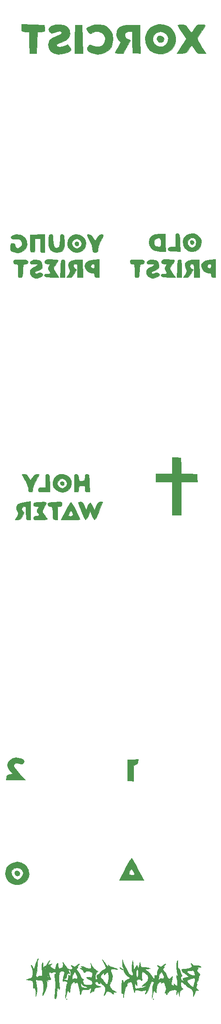
<source format=gbr>
%TF.GenerationSoftware,KiCad,Pcbnew,(5.1.12-1-10_14)*%
%TF.CreationDate,2023-08-06T16:51:14+02:00*%
%TF.ProjectId,xorcist_panel,786f7263-6973-4745-9f70-616e656c2e6b,rev?*%
%TF.SameCoordinates,Original*%
%TF.FileFunction,Legend,Bot*%
%TF.FilePolarity,Positive*%
%FSLAX46Y46*%
G04 Gerber Fmt 4.6, Leading zero omitted, Abs format (unit mm)*
G04 Created by KiCad (PCBNEW (5.1.12-1-10_14)) date 2023-08-06 16:51:14*
%MOMM*%
%LPD*%
G01*
G04 APERTURE LIST*
%ADD10C,0.010000*%
G04 APERTURE END LIST*
D10*
%TO.C,G\u002A\u002A\u002A*%
G36*
X384217133Y-104908042D02*
G01*
X381019930Y-104908042D01*
X381019930Y-106506643D01*
X384217133Y-106506643D01*
X384217133Y-113078671D01*
X385993357Y-113078671D01*
X385993357Y-106506643D01*
X389210986Y-106506643D01*
X389156367Y-105751748D01*
X389101749Y-104996853D01*
X387554369Y-104945631D01*
X386006989Y-104894410D01*
X385955767Y-103347030D01*
X385904546Y-101799650D01*
X385060839Y-101745512D01*
X384217133Y-101691375D01*
X384217133Y-104908042D01*
G37*
X384217133Y-104908042D02*
X381019930Y-104908042D01*
X381019930Y-106506643D01*
X384217133Y-106506643D01*
X384217133Y-113078671D01*
X385993357Y-113078671D01*
X385993357Y-106506643D01*
X389210986Y-106506643D01*
X389156367Y-105751748D01*
X389101749Y-104996853D01*
X387554369Y-104945631D01*
X386006989Y-104894410D01*
X385955767Y-103347030D01*
X385904546Y-101799650D01*
X385060839Y-101745512D01*
X384217133Y-101691375D01*
X384217133Y-104908042D01*
G36*
X369732079Y-110503858D02*
G01*
X369492503Y-110745914D01*
X369240209Y-111246891D01*
X369225997Y-111279893D01*
X368866366Y-112118877D01*
X368530504Y-111368704D01*
X368298060Y-110922997D01*
X368094432Y-110654250D01*
X368027621Y-110618531D01*
X367867593Y-110768363D01*
X367654874Y-111147482D01*
X367556025Y-111373426D01*
X367251450Y-112128322D01*
X366937658Y-111329021D01*
X366688996Y-110808308D01*
X366424391Y-110549564D01*
X366157212Y-110473517D01*
X365814958Y-110490343D01*
X365690559Y-110597586D01*
X365756112Y-110871704D01*
X365928513Y-111355295D01*
X366171378Y-111964061D01*
X366448320Y-112613705D01*
X366722955Y-113219930D01*
X366958897Y-113698437D01*
X367119761Y-113964930D01*
X367156275Y-113993357D01*
X367309060Y-113845116D01*
X367534935Y-113465189D01*
X367687649Y-113149650D01*
X368066162Y-112305944D01*
X368421023Y-113149650D01*
X368648902Y-113627779D01*
X368846084Y-113933559D01*
X368926947Y-113993357D01*
X369076916Y-113844384D01*
X369296944Y-113462770D01*
X369443395Y-113149650D01*
X369746255Y-112436811D01*
X370034037Y-111736251D01*
X370274586Y-111128949D01*
X370435747Y-110695879D01*
X370486364Y-110523145D01*
X370333747Y-110461575D01*
X370035995Y-110440909D01*
X369732079Y-110503858D01*
G37*
X369732079Y-110503858D02*
X369492503Y-110745914D01*
X369240209Y-111246891D01*
X369225997Y-111279893D01*
X368866366Y-112118877D01*
X368530504Y-111368704D01*
X368298060Y-110922997D01*
X368094432Y-110654250D01*
X368027621Y-110618531D01*
X367867593Y-110768363D01*
X367654874Y-111147482D01*
X367556025Y-111373426D01*
X367251450Y-112128322D01*
X366937658Y-111329021D01*
X366688996Y-110808308D01*
X366424391Y-110549564D01*
X366157212Y-110473517D01*
X365814958Y-110490343D01*
X365690559Y-110597586D01*
X365756112Y-110871704D01*
X365928513Y-111355295D01*
X366171378Y-111964061D01*
X366448320Y-112613705D01*
X366722955Y-113219930D01*
X366958897Y-113698437D01*
X367119761Y-113964930D01*
X367156275Y-113993357D01*
X367309060Y-113845116D01*
X367534935Y-113465189D01*
X367687649Y-113149650D01*
X368066162Y-112305944D01*
X368421023Y-113149650D01*
X368648902Y-113627779D01*
X368846084Y-113933559D01*
X368926947Y-113993357D01*
X369076916Y-113844384D01*
X369296944Y-113462770D01*
X369443395Y-113149650D01*
X369746255Y-112436811D01*
X370034037Y-111736251D01*
X370274586Y-111128949D01*
X370435747Y-110695879D01*
X370486364Y-110523145D01*
X370333747Y-110461575D01*
X370035995Y-110440909D01*
X369732079Y-110503858D01*
G36*
X364135149Y-110640348D02*
G01*
X363876453Y-111006405D01*
X363541792Y-111574948D01*
X363207478Y-112209896D01*
X362312495Y-113993357D01*
X364179150Y-113993357D01*
X364945138Y-113985173D01*
X365558839Y-113963043D01*
X365946904Y-113930596D01*
X366045804Y-113900996D01*
X365966509Y-113676609D01*
X365758067Y-113228867D01*
X365632969Y-112978630D01*
X364622194Y-112978630D01*
X364467931Y-113230068D01*
X364180769Y-113282867D01*
X363846579Y-113255248D01*
X363736713Y-113202414D01*
X363813507Y-112940436D01*
X363988201Y-112589391D01*
X364177268Y-112301018D01*
X364279088Y-112217133D01*
X364446049Y-112358371D01*
X364517010Y-112498094D01*
X364622194Y-112978630D01*
X365632969Y-112978630D01*
X365464641Y-112641923D01*
X365130397Y-111999931D01*
X364799498Y-111387045D01*
X364516109Y-110887418D01*
X364324393Y-110585204D01*
X364279881Y-110536086D01*
X364135149Y-110640348D01*
G37*
X364135149Y-110640348D02*
X363876453Y-111006405D01*
X363541792Y-111574948D01*
X363207478Y-112209896D01*
X362312495Y-113993357D01*
X364179150Y-113993357D01*
X364945138Y-113985173D01*
X365558839Y-113963043D01*
X365946904Y-113930596D01*
X366045804Y-113900996D01*
X365966509Y-113676609D01*
X365758067Y-113228867D01*
X365632969Y-112978630D01*
X364622194Y-112978630D01*
X364467931Y-113230068D01*
X364180769Y-113282867D01*
X363846579Y-113255248D01*
X363736713Y-113202414D01*
X363813507Y-112940436D01*
X363988201Y-112589391D01*
X364177268Y-112301018D01*
X364279088Y-112217133D01*
X364446049Y-112358371D01*
X364517010Y-112498094D01*
X364622194Y-112978630D01*
X365632969Y-112978630D01*
X365464641Y-112641923D01*
X365130397Y-111999931D01*
X364799498Y-111387045D01*
X364516109Y-110887418D01*
X364324393Y-110585204D01*
X364279881Y-110536086D01*
X364135149Y-110640348D01*
G36*
X361116783Y-110477843D02*
G01*
X360419825Y-110512604D01*
X360002140Y-110567439D01*
X359787773Y-110665623D01*
X359700767Y-110830433D01*
X359685131Y-110916543D01*
X359718527Y-111209910D01*
X359991459Y-111340591D01*
X360129187Y-111360599D01*
X360390257Y-111406313D01*
X360541467Y-111522575D01*
X360615541Y-111790524D01*
X360645203Y-112291294D01*
X360653746Y-112661189D01*
X360674376Y-113312288D01*
X360723237Y-113689209D01*
X360830797Y-113873013D01*
X361027524Y-113944758D01*
X361142208Y-113960749D01*
X361605245Y-114016953D01*
X361605245Y-112672987D01*
X361610662Y-111991736D01*
X361643326Y-111591215D01*
X361727853Y-111396921D01*
X361888859Y-111334349D01*
X362049301Y-111329021D01*
X362385444Y-111257244D01*
X362490921Y-110972451D01*
X362493357Y-110877493D01*
X362480185Y-110651361D01*
X362391614Y-110520367D01*
X362154056Y-110463147D01*
X361693927Y-110458337D01*
X361116783Y-110477843D01*
G37*
X361116783Y-110477843D02*
X360419825Y-110512604D01*
X360002140Y-110567439D01*
X359787773Y-110665623D01*
X359700767Y-110830433D01*
X359685131Y-110916543D01*
X359718527Y-111209910D01*
X359991459Y-111340591D01*
X360129187Y-111360599D01*
X360390257Y-111406313D01*
X360541467Y-111522575D01*
X360615541Y-111790524D01*
X360645203Y-112291294D01*
X360653746Y-112661189D01*
X360674376Y-113312288D01*
X360723237Y-113689209D01*
X360830797Y-113873013D01*
X361027524Y-113944758D01*
X361142208Y-113960749D01*
X361605245Y-114016953D01*
X361605245Y-112672987D01*
X361610662Y-111991736D01*
X361643326Y-111591215D01*
X361727853Y-111396921D01*
X361888859Y-111334349D01*
X362049301Y-111329021D01*
X362385444Y-111257244D01*
X362490921Y-110972451D01*
X362493357Y-110877493D01*
X362480185Y-110651361D01*
X362391614Y-110520367D01*
X362154056Y-110463147D01*
X361693927Y-110458337D01*
X361116783Y-110477843D01*
G36*
X358186014Y-110477533D02*
G01*
X357516943Y-110513965D01*
X357124152Y-110573389D01*
X356928695Y-110682336D01*
X356851626Y-110867336D01*
X356841492Y-110929371D01*
X356855515Y-111210910D01*
X357072188Y-111317321D01*
X357329954Y-111329021D01*
X357739012Y-111394827D01*
X357877918Y-111558338D01*
X357704569Y-111768694D01*
X357697552Y-111773077D01*
X357533974Y-112051757D01*
X357575613Y-112439438D01*
X357784408Y-112748377D01*
X357965042Y-113016839D01*
X357836876Y-113204340D01*
X357445396Y-113255970D01*
X357369748Y-113248950D01*
X357005933Y-113272485D01*
X356856173Y-113510147D01*
X356841492Y-113593706D01*
X356831793Y-113790677D01*
X356917538Y-113909290D01*
X357167557Y-113969377D01*
X357650683Y-113990772D01*
X358228548Y-113993357D01*
X358961382Y-113980531D01*
X359387027Y-113936721D01*
X359552793Y-113853923D01*
X359541250Y-113771329D01*
X359352550Y-113488671D01*
X359056739Y-113078579D01*
X358997900Y-112999668D01*
X358688670Y-112527164D01*
X358619604Y-112160581D01*
X358793487Y-111762826D01*
X359029720Y-111433620D01*
X359357702Y-110963284D01*
X359451626Y-110668471D01*
X359280393Y-110513937D01*
X358812900Y-110464439D01*
X358186014Y-110477533D01*
G37*
X358186014Y-110477533D02*
X357516943Y-110513965D01*
X357124152Y-110573389D01*
X356928695Y-110682336D01*
X356851626Y-110867336D01*
X356841492Y-110929371D01*
X356855515Y-111210910D01*
X357072188Y-111317321D01*
X357329954Y-111329021D01*
X357739012Y-111394827D01*
X357877918Y-111558338D01*
X357704569Y-111768694D01*
X357697552Y-111773077D01*
X357533974Y-112051757D01*
X357575613Y-112439438D01*
X357784408Y-112748377D01*
X357965042Y-113016839D01*
X357836876Y-113204340D01*
X357445396Y-113255970D01*
X357369748Y-113248950D01*
X357005933Y-113272485D01*
X356856173Y-113510147D01*
X356841492Y-113593706D01*
X356831793Y-113790677D01*
X356917538Y-113909290D01*
X357167557Y-113969377D01*
X357650683Y-113990772D01*
X358228548Y-113993357D01*
X358961382Y-113980531D01*
X359387027Y-113936721D01*
X359552793Y-113853923D01*
X359541250Y-113771329D01*
X359352550Y-113488671D01*
X359056739Y-113078579D01*
X358997900Y-112999668D01*
X358688670Y-112527164D01*
X358619604Y-112160581D01*
X358793487Y-111762826D01*
X359029720Y-111433620D01*
X359357702Y-110963284D01*
X359451626Y-110668471D01*
X359280393Y-110513937D01*
X358812900Y-110464439D01*
X358186014Y-110477533D01*
G36*
X355169815Y-110491927D02*
G01*
X354311686Y-110662793D01*
X353733302Y-110979236D01*
X353454095Y-111416749D01*
X353493494Y-111950824D01*
X353702403Y-112342786D01*
X353855263Y-112620821D01*
X353839568Y-112886921D01*
X353640416Y-113283497D01*
X353596047Y-113359231D01*
X353221903Y-113993357D01*
X353768705Y-113993357D01*
X354139674Y-113941956D01*
X354408754Y-113730322D01*
X354683326Y-113272306D01*
X354694376Y-113250713D01*
X354914156Y-112791157D01*
X354970473Y-112533045D01*
X354872038Y-112367089D01*
X354771190Y-112287202D01*
X354542843Y-111955258D01*
X354597087Y-111607203D01*
X354901450Y-111380087D01*
X354990626Y-111361073D01*
X355192256Y-111352332D01*
X355310907Y-111444902D01*
X355368513Y-111709786D01*
X355387010Y-112217985D01*
X355388462Y-112648835D01*
X355393874Y-113330258D01*
X355426511Y-113730935D01*
X355510975Y-113925355D01*
X355671868Y-113988008D01*
X355832517Y-113993357D01*
X356276573Y-113993357D01*
X356276573Y-110391570D01*
X355169815Y-110491927D01*
G37*
X355169815Y-110491927D02*
X354311686Y-110662793D01*
X353733302Y-110979236D01*
X353454095Y-111416749D01*
X353493494Y-111950824D01*
X353702403Y-112342786D01*
X353855263Y-112620821D01*
X353839568Y-112886921D01*
X353640416Y-113283497D01*
X353596047Y-113359231D01*
X353221903Y-113993357D01*
X353768705Y-113993357D01*
X354139674Y-113941956D01*
X354408754Y-113730322D01*
X354683326Y-113272306D01*
X354694376Y-113250713D01*
X354914156Y-112791157D01*
X354970473Y-112533045D01*
X354872038Y-112367089D01*
X354771190Y-112287202D01*
X354542843Y-111955258D01*
X354597087Y-111607203D01*
X354901450Y-111380087D01*
X354990626Y-111361073D01*
X355192256Y-111352332D01*
X355310907Y-111444902D01*
X355368513Y-111709786D01*
X355387010Y-112217985D01*
X355388462Y-112648835D01*
X355393874Y-113330258D01*
X355426511Y-113730935D01*
X355510975Y-113925355D01*
X355671868Y-113988008D01*
X355832517Y-113993357D01*
X356276573Y-113993357D01*
X356276573Y-110391570D01*
X355169815Y-110491927D01*
G36*
X362003826Y-105041558D02*
G01*
X361368859Y-105356473D01*
X360897893Y-105904070D01*
X360660227Y-106644404D01*
X360644756Y-106908897D01*
X360805576Y-107557190D01*
X361234613Y-108083567D01*
X361851732Y-108435750D01*
X362576799Y-108561461D01*
X363075888Y-108494888D01*
X363730230Y-108164221D01*
X364159344Y-107634926D01*
X364352403Y-106991626D01*
X364343339Y-106878333D01*
X363486714Y-106878333D01*
X363349533Y-107201270D01*
X363029674Y-107546098D01*
X362664658Y-107780860D01*
X362509790Y-107815734D01*
X362194607Y-107698151D01*
X361888112Y-107460490D01*
X361625836Y-107123945D01*
X361532867Y-106878333D01*
X361677414Y-106443775D01*
X362024098Y-106061278D01*
X362442482Y-105866557D01*
X362509790Y-105861888D01*
X362927452Y-106012283D01*
X363295077Y-106372992D01*
X363482227Y-106808302D01*
X363486714Y-106878333D01*
X364343339Y-106878333D01*
X364298580Y-106318947D01*
X363987047Y-105701513D01*
X363488578Y-105269566D01*
X362733498Y-104999274D01*
X362003826Y-105041558D01*
G37*
X362003826Y-105041558D02*
X361368859Y-105356473D01*
X360897893Y-105904070D01*
X360660227Y-106644404D01*
X360644756Y-106908897D01*
X360805576Y-107557190D01*
X361234613Y-108083567D01*
X361851732Y-108435750D01*
X362576799Y-108561461D01*
X363075888Y-108494888D01*
X363730230Y-108164221D01*
X364159344Y-107634926D01*
X364352403Y-106991626D01*
X364343339Y-106878333D01*
X363486714Y-106878333D01*
X363349533Y-107201270D01*
X363029674Y-107546098D01*
X362664658Y-107780860D01*
X362509790Y-107815734D01*
X362194607Y-107698151D01*
X361888112Y-107460490D01*
X361625836Y-107123945D01*
X361532867Y-106878333D01*
X361677414Y-106443775D01*
X362024098Y-106061278D01*
X362442482Y-105866557D01*
X362509790Y-105861888D01*
X362927452Y-106012283D01*
X363295077Y-106372992D01*
X363482227Y-106808302D01*
X363486714Y-106878333D01*
X364343339Y-106878333D01*
X364298580Y-106318947D01*
X363987047Y-105701513D01*
X363488578Y-105269566D01*
X362733498Y-104999274D01*
X362003826Y-105041558D01*
G36*
X365010544Y-105064327D02*
G01*
X364945086Y-105277639D01*
X364915696Y-105696967D01*
X364907956Y-106384794D01*
X364907693Y-106737646D01*
X364907693Y-108526224D01*
X365351749Y-108526224D01*
X365652045Y-108479776D01*
X365774981Y-108270759D01*
X365795804Y-107904546D01*
X365823301Y-107487877D01*
X365978433Y-107316998D01*
X366370164Y-107282944D01*
X366417483Y-107282867D01*
X366834151Y-107310364D01*
X367005030Y-107465495D01*
X367039084Y-107857227D01*
X367039161Y-107904546D01*
X367072018Y-108324657D01*
X367221251Y-108496697D01*
X367489649Y-108526224D01*
X367940137Y-108526224D01*
X367889299Y-106794406D01*
X367860732Y-105997119D01*
X367820544Y-105487508D01*
X367752139Y-105198038D01*
X367638923Y-105061175D01*
X367464302Y-105009384D01*
X367450181Y-105007318D01*
X367190550Y-105021545D01*
X367061941Y-105222346D01*
X367006125Y-105628996D01*
X366938842Y-106076322D01*
X366772751Y-106281610D01*
X366411677Y-106358058D01*
X366384420Y-106360758D01*
X366013923Y-106369690D01*
X365842110Y-106235671D01*
X365773521Y-105863239D01*
X365762742Y-105739079D01*
X365681728Y-105273536D01*
X365499142Y-105058439D01*
X365307343Y-105005828D01*
X365126490Y-104994551D01*
X365010544Y-105064327D01*
G37*
X365010544Y-105064327D02*
X364945086Y-105277639D01*
X364915696Y-105696967D01*
X364907956Y-106384794D01*
X364907693Y-106737646D01*
X364907693Y-108526224D01*
X365351749Y-108526224D01*
X365652045Y-108479776D01*
X365774981Y-108270759D01*
X365795804Y-107904546D01*
X365823301Y-107487877D01*
X365978433Y-107316998D01*
X366370164Y-107282944D01*
X366417483Y-107282867D01*
X366834151Y-107310364D01*
X367005030Y-107465495D01*
X367039084Y-107857227D01*
X367039161Y-107904546D01*
X367072018Y-108324657D01*
X367221251Y-108496697D01*
X367489649Y-108526224D01*
X367940137Y-108526224D01*
X367889299Y-106794406D01*
X367860732Y-105997119D01*
X367820544Y-105487508D01*
X367752139Y-105198038D01*
X367638923Y-105061175D01*
X367464302Y-105009384D01*
X367450181Y-105007318D01*
X367190550Y-105021545D01*
X367061941Y-105222346D01*
X367006125Y-105628996D01*
X366938842Y-106076322D01*
X366772751Y-106281610D01*
X366411677Y-106358058D01*
X366384420Y-106360758D01*
X366013923Y-106369690D01*
X365842110Y-106235671D01*
X365773521Y-105863239D01*
X365762742Y-105739079D01*
X365681728Y-105273536D01*
X365499142Y-105058439D01*
X365307343Y-105005828D01*
X365126490Y-104994551D01*
X365010544Y-105064327D01*
G36*
X359301703Y-105088610D02*
G01*
X359243837Y-105352215D01*
X359225248Y-105858658D01*
X359223776Y-106293590D01*
X359223776Y-107638112D01*
X358513287Y-107638112D01*
X358055531Y-107662349D01*
X357852074Y-107776672D01*
X357803051Y-108043497D01*
X357802797Y-108082168D01*
X357822889Y-108320366D01*
X357936526Y-108453317D01*
X358223749Y-108511636D01*
X358764601Y-108525937D01*
X358963775Y-108526224D01*
X360124752Y-108526224D01*
X360073915Y-106794406D01*
X360045681Y-105997832D01*
X360006143Y-105488763D01*
X359938253Y-105199505D01*
X359824960Y-105062366D01*
X359649213Y-105009651D01*
X359623427Y-105005828D01*
X359420885Y-104996822D01*
X359301703Y-105088610D01*
G37*
X359301703Y-105088610D02*
X359243837Y-105352215D01*
X359225248Y-105858658D01*
X359223776Y-106293590D01*
X359223776Y-107638112D01*
X358513287Y-107638112D01*
X358055531Y-107662349D01*
X357852074Y-107776672D01*
X357803051Y-108043497D01*
X357802797Y-108082168D01*
X357822889Y-108320366D01*
X357936526Y-108453317D01*
X358223749Y-108511636D01*
X358764601Y-108525937D01*
X358963775Y-108526224D01*
X360124752Y-108526224D01*
X360073915Y-106794406D01*
X360045681Y-105997832D01*
X360006143Y-105488763D01*
X359938253Y-105199505D01*
X359824960Y-105062366D01*
X359649213Y-105009651D01*
X359623427Y-105005828D01*
X359420885Y-104996822D01*
X359301703Y-105088610D01*
G36*
X354718665Y-105008799D02*
G01*
X354605595Y-105077106D01*
X354689070Y-105271093D01*
X354908277Y-105682145D01*
X355216390Y-106222583D01*
X355227273Y-106241167D01*
X355621013Y-107025256D01*
X355827162Y-107689615D01*
X355848951Y-107914062D01*
X355883359Y-108330352D01*
X356037341Y-108499027D01*
X356293007Y-108526224D01*
X356594869Y-108478856D01*
X356717263Y-108266796D01*
X356737063Y-107913441D01*
X356858861Y-107308027D01*
X357202065Y-106542997D01*
X357358285Y-106270434D01*
X357672011Y-105731909D01*
X357895486Y-105313488D01*
X357979963Y-105106993D01*
X357827916Y-105007285D01*
X357530374Y-104973776D01*
X357132211Y-105091997D01*
X356779496Y-105488144D01*
X356713528Y-105595455D01*
X356472550Y-105983800D01*
X356314952Y-106200708D01*
X356293007Y-106217133D01*
X356178549Y-106080019D01*
X355957573Y-105737260D01*
X355872486Y-105595455D01*
X355519241Y-105141799D01*
X355135488Y-104977440D01*
X355055641Y-104973776D01*
X354718665Y-105008799D01*
G37*
X354718665Y-105008799D02*
X354605595Y-105077106D01*
X354689070Y-105271093D01*
X354908277Y-105682145D01*
X355216390Y-106222583D01*
X355227273Y-106241167D01*
X355621013Y-107025256D01*
X355827162Y-107689615D01*
X355848951Y-107914062D01*
X355883359Y-108330352D01*
X356037341Y-108499027D01*
X356293007Y-108526224D01*
X356594869Y-108478856D01*
X356717263Y-108266796D01*
X356737063Y-107913441D01*
X356858861Y-107308027D01*
X357202065Y-106542997D01*
X357358285Y-106270434D01*
X357672011Y-105731909D01*
X357895486Y-105313488D01*
X357979963Y-105106993D01*
X357827916Y-105007285D01*
X357530374Y-104973776D01*
X357132211Y-105091997D01*
X356779496Y-105488144D01*
X356713528Y-105595455D01*
X356472550Y-105983800D01*
X356314952Y-106200708D01*
X356293007Y-106217133D01*
X356178549Y-106080019D01*
X355957573Y-105737260D01*
X355872486Y-105595455D01*
X355519241Y-105141799D01*
X355135488Y-104977440D01*
X355055641Y-104973776D01*
X354718665Y-105008799D01*
G36*
X362217962Y-106542923D02*
G01*
X362092570Y-106822140D01*
X362099052Y-106880640D01*
X362282369Y-107163976D01*
X362583370Y-107246414D01*
X362845126Y-107100746D01*
X362889158Y-107017622D01*
X362891205Y-106670539D01*
X362811749Y-106536853D01*
X362509439Y-106422864D01*
X362217962Y-106542923D01*
G37*
X362217962Y-106542923D02*
X362092570Y-106822140D01*
X362099052Y-106880640D01*
X362282369Y-107163976D01*
X362583370Y-107246414D01*
X362845126Y-107100746D01*
X362889158Y-107017622D01*
X362891205Y-106670539D01*
X362811749Y-106536853D01*
X362509439Y-106422864D01*
X362217962Y-106542923D01*
G36*
X364543317Y-58018275D02*
G01*
X363997078Y-58440403D01*
X363635633Y-59074175D01*
X363526223Y-59764142D01*
X363687246Y-60410112D01*
X364115981Y-60937150D01*
X364730925Y-61291508D01*
X365450578Y-61419438D01*
X365938572Y-61355001D01*
X366619217Y-61029154D01*
X367026071Y-60481127D01*
X367161131Y-59733578D01*
X366368181Y-59733578D01*
X366231001Y-60056515D01*
X365911142Y-60401343D01*
X365546125Y-60636105D01*
X365391258Y-60670979D01*
X365076075Y-60553396D01*
X364769580Y-60315735D01*
X364505200Y-59952252D01*
X364414335Y-59663637D01*
X364568595Y-59223234D01*
X364943158Y-58865751D01*
X365405698Y-58717140D01*
X365408716Y-58717133D01*
X365811377Y-58866588D01*
X366172120Y-59223910D01*
X366362039Y-59652537D01*
X366368181Y-59733578D01*
X367161131Y-59733578D01*
X367167245Y-59699738D01*
X367167482Y-59660838D01*
X367121224Y-59095819D01*
X366928219Y-58695776D01*
X366587407Y-58347318D01*
X365908822Y-57939177D01*
X365204012Y-57840348D01*
X364543317Y-58018275D01*
G37*
X364543317Y-58018275D02*
X363997078Y-58440403D01*
X363635633Y-59074175D01*
X363526223Y-59764142D01*
X363687246Y-60410112D01*
X364115981Y-60937150D01*
X364730925Y-61291508D01*
X365450578Y-61419438D01*
X365938572Y-61355001D01*
X366619217Y-61029154D01*
X367026071Y-60481127D01*
X367161131Y-59733578D01*
X366368181Y-59733578D01*
X366231001Y-60056515D01*
X365911142Y-60401343D01*
X365546125Y-60636105D01*
X365391258Y-60670979D01*
X365076075Y-60553396D01*
X364769580Y-60315735D01*
X364505200Y-59952252D01*
X364414335Y-59663637D01*
X364568595Y-59223234D01*
X364943158Y-58865751D01*
X365405698Y-58717140D01*
X365408716Y-58717133D01*
X365811377Y-58866588D01*
X366172120Y-59223910D01*
X366362039Y-59652537D01*
X366368181Y-59733578D01*
X367161131Y-59733578D01*
X367167245Y-59699738D01*
X367167482Y-59660838D01*
X367121224Y-59095819D01*
X366928219Y-58695776D01*
X366587407Y-58347318D01*
X365908822Y-57939177D01*
X365204012Y-57840348D01*
X364543317Y-58018275D01*
G36*
X360284615Y-57861073D02*
G01*
X360040190Y-57944490D01*
X359907717Y-58168114D01*
X359841597Y-58626469D01*
X359829033Y-58805469D01*
X359817571Y-59465717D01*
X359854542Y-60083217D01*
X359881739Y-60272198D01*
X360156658Y-60870632D01*
X360672660Y-61275354D01*
X361350334Y-61445887D01*
X362029147Y-61366743D01*
X362503127Y-61136044D01*
X362800702Y-60734297D01*
X362945122Y-60106167D01*
X362959635Y-59196316D01*
X362957961Y-59156031D01*
X362919561Y-58502205D01*
X362856156Y-58123070D01*
X362739567Y-57938086D01*
X362541615Y-57866713D01*
X362504895Y-57861073D01*
X362290077Y-57853906D01*
X362170293Y-57960072D01*
X362117936Y-58255376D01*
X362105402Y-58815624D01*
X362105244Y-58958526D01*
X362068852Y-59721184D01*
X361950877Y-60201503D01*
X361818194Y-60399788D01*
X361459252Y-60599930D01*
X361142026Y-60481433D01*
X360891329Y-60080500D01*
X360731976Y-59433337D01*
X360686884Y-58749185D01*
X360673012Y-58203323D01*
X360610541Y-57930435D01*
X360462291Y-57848435D01*
X360284615Y-57861073D01*
G37*
X360284615Y-57861073D02*
X360040190Y-57944490D01*
X359907717Y-58168114D01*
X359841597Y-58626469D01*
X359829033Y-58805469D01*
X359817571Y-59465717D01*
X359854542Y-60083217D01*
X359881739Y-60272198D01*
X360156658Y-60870632D01*
X360672660Y-61275354D01*
X361350334Y-61445887D01*
X362029147Y-61366743D01*
X362503127Y-61136044D01*
X362800702Y-60734297D01*
X362945122Y-60106167D01*
X362959635Y-59196316D01*
X362957961Y-59156031D01*
X362919561Y-58502205D01*
X362856156Y-58123070D01*
X362739567Y-57938086D01*
X362541615Y-57866713D01*
X362504895Y-57861073D01*
X362290077Y-57853906D01*
X362170293Y-57960072D01*
X362117936Y-58255376D01*
X362105402Y-58815624D01*
X362105244Y-58958526D01*
X362068852Y-59721184D01*
X361950877Y-60201503D01*
X361818194Y-60399788D01*
X361459252Y-60599930D01*
X361142026Y-60481433D01*
X360891329Y-60080500D01*
X360731976Y-59433337D01*
X360686884Y-58749185D01*
X360673012Y-58203323D01*
X360610541Y-57930435D01*
X360462291Y-57848435D01*
X360284615Y-57861073D01*
G36*
X352618743Y-58112326D02*
G01*
X352525057Y-58169158D01*
X352362772Y-58351703D01*
X352488172Y-58597500D01*
X352501391Y-58613567D01*
X352804693Y-58799767D01*
X353307813Y-58799416D01*
X353391976Y-58786904D01*
X353945596Y-58767298D01*
X354313179Y-58945178D01*
X354348161Y-58978431D01*
X354617952Y-59461032D01*
X354575845Y-59972871D01*
X354233474Y-60398865D01*
X354202420Y-60419981D01*
X353721846Y-60615515D01*
X353379860Y-60516539D01*
X353227499Y-60142099D01*
X353224125Y-60054876D01*
X353152845Y-59714033D01*
X352870564Y-59607562D01*
X352780070Y-59605245D01*
X352505624Y-59638562D01*
X352375877Y-59802084D01*
X352337629Y-60191167D01*
X352336014Y-60401162D01*
X352342553Y-60823652D01*
X352411861Y-61081004D01*
X352618469Y-61237226D01*
X353036909Y-61356325D01*
X353579370Y-61468930D01*
X353928312Y-61460130D01*
X354404342Y-61363796D01*
X354422153Y-61358770D01*
X355033090Y-61029952D01*
X355417119Y-60511746D01*
X355578228Y-59884735D01*
X355520406Y-59229507D01*
X355247641Y-58626645D01*
X354763920Y-58156734D01*
X354252805Y-57936865D01*
X353388264Y-57870979D01*
X352618743Y-58112326D01*
G37*
X352618743Y-58112326D02*
X352525057Y-58169158D01*
X352362772Y-58351703D01*
X352488172Y-58597500D01*
X352501391Y-58613567D01*
X352804693Y-58799767D01*
X353307813Y-58799416D01*
X353391976Y-58786904D01*
X353945596Y-58767298D01*
X354313179Y-58945178D01*
X354348161Y-58978431D01*
X354617952Y-59461032D01*
X354575845Y-59972871D01*
X354233474Y-60398865D01*
X354202420Y-60419981D01*
X353721846Y-60615515D01*
X353379860Y-60516539D01*
X353227499Y-60142099D01*
X353224125Y-60054876D01*
X353152845Y-59714033D01*
X352870564Y-59607562D01*
X352780070Y-59605245D01*
X352505624Y-59638562D01*
X352375877Y-59802084D01*
X352337629Y-60191167D01*
X352336014Y-60401162D01*
X352342553Y-60823652D01*
X352411861Y-61081004D01*
X352618469Y-61237226D01*
X353036909Y-61356325D01*
X353579370Y-61468930D01*
X353928312Y-61460130D01*
X354404342Y-61363796D01*
X354422153Y-61358770D01*
X355033090Y-61029952D01*
X355417119Y-60511746D01*
X355578228Y-59884735D01*
X355520406Y-59229507D01*
X355247641Y-58626645D01*
X354763920Y-58156734D01*
X354252805Y-57936865D01*
X353388264Y-57870979D01*
X352618743Y-58112326D01*
G36*
X367444714Y-57943348D02*
G01*
X367433916Y-58019051D01*
X367521618Y-58279246D01*
X367747829Y-58724883D01*
X367966783Y-59099807D01*
X368393434Y-60007028D01*
X368499650Y-60673648D01*
X368520899Y-61128110D01*
X368635828Y-61329708D01*
X368921208Y-61380417D01*
X369032517Y-61381469D01*
X369380130Y-61351135D01*
X369530336Y-61190785D01*
X369565068Y-60796393D01*
X369565384Y-60704936D01*
X369710569Y-59960939D01*
X370151379Y-59055472D01*
X370173018Y-59019326D01*
X370467047Y-58476006D01*
X370619091Y-58076736D01*
X370606979Y-57902913D01*
X370215464Y-57845442D01*
X369786888Y-58039612D01*
X369445669Y-58420640D01*
X369388698Y-58537251D01*
X369206720Y-58901371D01*
X369063256Y-59064819D01*
X369055373Y-59065536D01*
X368897948Y-58925238D01*
X368648911Y-58586476D01*
X368585665Y-58488263D01*
X368282001Y-58139885D01*
X367927802Y-57907348D01*
X367617297Y-57829040D01*
X367444714Y-57943348D01*
G37*
X367444714Y-57943348D02*
X367433916Y-58019051D01*
X367521618Y-58279246D01*
X367747829Y-58724883D01*
X367966783Y-59099807D01*
X368393434Y-60007028D01*
X368499650Y-60673648D01*
X368520899Y-61128110D01*
X368635828Y-61329708D01*
X368921208Y-61380417D01*
X369032517Y-61381469D01*
X369380130Y-61351135D01*
X369530336Y-61190785D01*
X369565068Y-60796393D01*
X369565384Y-60704936D01*
X369710569Y-59960939D01*
X370151379Y-59055472D01*
X370173018Y-59019326D01*
X370467047Y-58476006D01*
X370619091Y-58076736D01*
X370606979Y-57902913D01*
X370215464Y-57845442D01*
X369786888Y-58039612D01*
X369445669Y-58420640D01*
X369388698Y-58537251D01*
X369206720Y-58901371D01*
X369063256Y-59064819D01*
X369055373Y-59065536D01*
X368897948Y-58925238D01*
X368648911Y-58586476D01*
X368585665Y-58488263D01*
X368282001Y-58139885D01*
X367927802Y-57907348D01*
X367617297Y-57829040D01*
X367444714Y-57943348D01*
G36*
X356211898Y-57917832D02*
G01*
X356211233Y-59605245D01*
X356214067Y-60387368D01*
X356235413Y-60883014D01*
X356293409Y-61160949D01*
X356406198Y-61289943D01*
X356591919Y-61338761D01*
X356671193Y-61348861D01*
X356904614Y-61364721D01*
X357041839Y-61293894D01*
X357108421Y-61064941D01*
X357129915Y-60606424D01*
X357131818Y-60061099D01*
X357131818Y-58717133D01*
X358197552Y-58717133D01*
X358197552Y-60049301D01*
X358203086Y-60726897D01*
X358236317Y-61124089D01*
X358322187Y-61315704D01*
X358485641Y-61376572D01*
X358641608Y-61381469D01*
X359085664Y-61381469D01*
X359085664Y-57814654D01*
X356211898Y-57917832D01*
G37*
X356211898Y-57917832D02*
X356211233Y-59605245D01*
X356214067Y-60387368D01*
X356235413Y-60883014D01*
X356293409Y-61160949D01*
X356406198Y-61289943D01*
X356591919Y-61338761D01*
X356671193Y-61348861D01*
X356904614Y-61364721D01*
X357041839Y-61293894D01*
X357108421Y-61064941D01*
X357129915Y-60606424D01*
X357131818Y-60061099D01*
X357131818Y-58717133D01*
X358197552Y-58717133D01*
X358197552Y-60049301D01*
X358203086Y-60726897D01*
X358236317Y-61124089D01*
X358322187Y-61315704D01*
X358485641Y-61376572D01*
X358641608Y-61381469D01*
X359085664Y-61381469D01*
X359085664Y-57814654D01*
X356211898Y-57917832D01*
G36*
X365099430Y-59398168D02*
G01*
X364974038Y-59677385D01*
X364980520Y-59735885D01*
X365163837Y-60019221D01*
X365464838Y-60101659D01*
X365726593Y-59955991D01*
X365770625Y-59872867D01*
X365772672Y-59525784D01*
X365693216Y-59392098D01*
X365390906Y-59278109D01*
X365099430Y-59398168D01*
G37*
X365099430Y-59398168D02*
X364974038Y-59677385D01*
X364980520Y-59735885D01*
X365163837Y-60019221D01*
X365464838Y-60101659D01*
X365726593Y-59955991D01*
X365770625Y-59872867D01*
X365772672Y-59525784D01*
X365693216Y-59392098D01*
X365390906Y-59278109D01*
X365099430Y-59398168D01*
G36*
X387599724Y-57763832D02*
G01*
X386986117Y-58052345D01*
X386552012Y-58443750D01*
X386498622Y-58529672D01*
X386307842Y-59234223D01*
X386408315Y-59977490D01*
X386780764Y-60625646D01*
X386804195Y-60651054D01*
X387428775Y-61133229D01*
X388110971Y-61279100D01*
X388802447Y-61145139D01*
X389383289Y-60780172D01*
X389800419Y-60192897D01*
X389987048Y-59502775D01*
X389981345Y-59418741D01*
X388977350Y-59418741D01*
X388875466Y-59987721D01*
X388554513Y-60316151D01*
X388447202Y-60363889D01*
X388134071Y-60461080D01*
X387900530Y-60412699D01*
X387598613Y-60216851D01*
X387266352Y-59802093D01*
X387248568Y-59301688D01*
X387497809Y-58864336D01*
X387950520Y-58566521D01*
X388413379Y-58564255D01*
X388786948Y-58820278D01*
X388971792Y-59297331D01*
X388977350Y-59418741D01*
X389981345Y-59418741D01*
X389958210Y-59077918D01*
X389681915Y-58507752D01*
X389187069Y-58017446D01*
X388594936Y-57708099D01*
X388247131Y-57651399D01*
X387599724Y-57763832D01*
G37*
X387599724Y-57763832D02*
X386986117Y-58052345D01*
X386552012Y-58443750D01*
X386498622Y-58529672D01*
X386307842Y-59234223D01*
X386408315Y-59977490D01*
X386780764Y-60625646D01*
X386804195Y-60651054D01*
X387428775Y-61133229D01*
X388110971Y-61279100D01*
X388802447Y-61145139D01*
X389383289Y-60780172D01*
X389800419Y-60192897D01*
X389987048Y-59502775D01*
X389981345Y-59418741D01*
X388977350Y-59418741D01*
X388875466Y-59987721D01*
X388554513Y-60316151D01*
X388447202Y-60363889D01*
X388134071Y-60461080D01*
X387900530Y-60412699D01*
X387598613Y-60216851D01*
X387266352Y-59802093D01*
X387248568Y-59301688D01*
X387497809Y-58864336D01*
X387950520Y-58566521D01*
X388413379Y-58564255D01*
X388786948Y-58820278D01*
X388971792Y-59297331D01*
X388977350Y-59418741D01*
X389981345Y-59418741D01*
X389958210Y-59077918D01*
X389681915Y-58507752D01*
X389187069Y-58017446D01*
X388594936Y-57708099D01*
X388247131Y-57651399D01*
X387599724Y-57763832D01*
G36*
X384972028Y-57766983D02*
G01*
X384914414Y-58032085D01*
X384896126Y-58541090D01*
X384894755Y-58961000D01*
X384894755Y-60295308D01*
X384139860Y-60349927D01*
X383652614Y-60415824D01*
X383430978Y-60551704D01*
X383384965Y-60759790D01*
X383423574Y-60951007D01*
X383590360Y-61065661D01*
X383961755Y-61129616D01*
X384590447Y-61167705D01*
X385795930Y-61220375D01*
X385744993Y-59480292D01*
X385716808Y-58681487D01*
X385677471Y-58170355D01*
X385610047Y-57879371D01*
X385497605Y-57741009D01*
X385323212Y-57687745D01*
X385294405Y-57683450D01*
X385091261Y-57674525D01*
X384972028Y-57766983D01*
G37*
X384972028Y-57766983D02*
X384914414Y-58032085D01*
X384896126Y-58541090D01*
X384894755Y-58961000D01*
X384894755Y-60295308D01*
X384139860Y-60349927D01*
X383652614Y-60415824D01*
X383430978Y-60551704D01*
X383384965Y-60759790D01*
X383423574Y-60951007D01*
X383590360Y-61065661D01*
X383961755Y-61129616D01*
X384590447Y-61167705D01*
X385795930Y-61220375D01*
X385744993Y-59480292D01*
X385716808Y-58681487D01*
X385677471Y-58170355D01*
X385610047Y-57879371D01*
X385497605Y-57741009D01*
X385323212Y-57687745D01*
X385294405Y-57683450D01*
X385091261Y-57674525D01*
X384972028Y-57766983D01*
G36*
X381836492Y-57760437D02*
G01*
X380872820Y-57890754D01*
X380173298Y-58226009D01*
X379755163Y-58747784D01*
X379635652Y-59437662D01*
X379736848Y-60003860D01*
X380051649Y-60604117D01*
X380593181Y-60989322D01*
X381395099Y-61177628D01*
X381961597Y-61203846D01*
X382953773Y-61203846D01*
X382904075Y-59510859D01*
X382052797Y-59510859D01*
X382036582Y-60004987D01*
X381948477Y-60239888D01*
X381729291Y-60311354D01*
X381555454Y-60315734D01*
X381111643Y-60243758D01*
X380844965Y-60102587D01*
X380634982Y-59680925D01*
X380663573Y-59193164D01*
X380906787Y-58793389D01*
X381064547Y-58689975D01*
X381567787Y-58552690D01*
X381884320Y-58701631D01*
X382034139Y-59153405D01*
X382052797Y-59510859D01*
X382904075Y-59510859D01*
X382852097Y-57740210D01*
X381836492Y-57760437D01*
G37*
X381836492Y-57760437D02*
X380872820Y-57890754D01*
X380173298Y-58226009D01*
X379755163Y-58747784D01*
X379635652Y-59437662D01*
X379736848Y-60003860D01*
X380051649Y-60604117D01*
X380593181Y-60989322D01*
X381395099Y-61177628D01*
X381961597Y-61203846D01*
X382953773Y-61203846D01*
X382904075Y-59510859D01*
X382052797Y-59510859D01*
X382036582Y-60004987D01*
X381948477Y-60239888D01*
X381729291Y-60311354D01*
X381555454Y-60315734D01*
X381111643Y-60243758D01*
X380844965Y-60102587D01*
X380634982Y-59680925D01*
X380663573Y-59193164D01*
X380906787Y-58793389D01*
X381064547Y-58689975D01*
X381567787Y-58552690D01*
X381884320Y-58701631D01*
X382034139Y-59153405D01*
X382052797Y-59510859D01*
X382904075Y-59510859D01*
X382852097Y-57740210D01*
X381836492Y-57760437D01*
G36*
X387799180Y-59163546D02*
G01*
X387768765Y-59458115D01*
X387923962Y-59830080D01*
X388190563Y-59894334D01*
X388435835Y-59707752D01*
X388565594Y-59371323D01*
X388385892Y-59135827D01*
X388069121Y-59072378D01*
X387799180Y-59163546D01*
G37*
X387799180Y-59163546D02*
X387768765Y-59458115D01*
X387923962Y-59830080D01*
X388190563Y-59894334D01*
X388435835Y-59707752D01*
X388565594Y-59371323D01*
X388385892Y-59135827D01*
X388069121Y-59072378D01*
X387799180Y-59163546D01*
G36*
X356904094Y-62893798D02*
G01*
X356427331Y-63065972D01*
X356234376Y-63301638D01*
X356220629Y-63417832D01*
X356267645Y-63639191D01*
X356470963Y-63727731D01*
X356923986Y-63720430D01*
X356975525Y-63716685D01*
X357435493Y-63713551D01*
X357702924Y-63772150D01*
X357730420Y-63810093D01*
X357583695Y-63966725D01*
X357211584Y-64193346D01*
X356975525Y-64310541D01*
X356511318Y-64585719D01*
X356211250Y-64875619D01*
X356160494Y-64986077D01*
X356180727Y-65641015D01*
X356494484Y-66123169D01*
X356867742Y-66330852D01*
X357250759Y-66458500D01*
X357442078Y-66510852D01*
X357446086Y-66510204D01*
X357609113Y-66455719D01*
X357983109Y-66344098D01*
X358032514Y-66329769D01*
X358564011Y-66103836D01*
X358744171Y-65833923D01*
X358579502Y-65522958D01*
X358323273Y-65361140D01*
X357993985Y-65417645D01*
X357843177Y-65481898D01*
X357430802Y-65607166D01*
X357170132Y-65504003D01*
X357163450Y-65497436D01*
X357126152Y-65336355D01*
X357357899Y-65146952D01*
X357800769Y-64935536D01*
X358293283Y-64707408D01*
X358533933Y-64507423D01*
X358601260Y-64233220D01*
X358584948Y-63913547D01*
X358396575Y-63288866D01*
X357972584Y-62920993D01*
X357337476Y-62824793D01*
X356904094Y-62893798D01*
G37*
X356904094Y-62893798D02*
X356427331Y-63065972D01*
X356234376Y-63301638D01*
X356220629Y-63417832D01*
X356267645Y-63639191D01*
X356470963Y-63727731D01*
X356923986Y-63720430D01*
X356975525Y-63716685D01*
X357435493Y-63713551D01*
X357702924Y-63772150D01*
X357730420Y-63810093D01*
X357583695Y-63966725D01*
X357211584Y-64193346D01*
X356975525Y-64310541D01*
X356511318Y-64585719D01*
X356211250Y-64875619D01*
X356160494Y-64986077D01*
X356180727Y-65641015D01*
X356494484Y-66123169D01*
X356867742Y-66330852D01*
X357250759Y-66458500D01*
X357442078Y-66510852D01*
X357446086Y-66510204D01*
X357609113Y-66455719D01*
X357983109Y-66344098D01*
X358032514Y-66329769D01*
X358564011Y-66103836D01*
X358744171Y-65833923D01*
X358579502Y-65522958D01*
X358323273Y-65361140D01*
X357993985Y-65417645D01*
X357843177Y-65481898D01*
X357430802Y-65607166D01*
X357170132Y-65504003D01*
X357163450Y-65497436D01*
X357126152Y-65336355D01*
X357357899Y-65146952D01*
X357800769Y-64935536D01*
X358293283Y-64707408D01*
X358533933Y-64507423D01*
X358601260Y-64233220D01*
X358584948Y-63913547D01*
X358396575Y-63288866D01*
X357972584Y-62920993D01*
X357337476Y-62824793D01*
X356904094Y-62893798D01*
G36*
X368701983Y-62847172D02*
G01*
X367838568Y-63009731D01*
X367281029Y-63323407D01*
X367006046Y-63805790D01*
X366966783Y-64156073D01*
X367124915Y-64671561D01*
X367525582Y-65123669D01*
X368058191Y-65410294D01*
X368379689Y-65460489D01*
X368764223Y-65506608D01*
X368906597Y-65703785D01*
X368920629Y-65904545D01*
X368993992Y-66242563D01*
X369282853Y-66346726D01*
X369364685Y-66348601D01*
X369808741Y-66348601D01*
X369808741Y-64128322D01*
X368920629Y-64128322D01*
X368865852Y-64467700D01*
X368642517Y-64552211D01*
X368520979Y-64540326D01*
X368186818Y-64363871D01*
X368121329Y-64128322D01*
X368266449Y-63810679D01*
X368520979Y-63716317D01*
X368816954Y-63738533D01*
X368916046Y-63986416D01*
X368920629Y-64128322D01*
X369808741Y-64128322D01*
X369808741Y-62746814D01*
X368701983Y-62847172D01*
G37*
X368701983Y-62847172D02*
X367838568Y-63009731D01*
X367281029Y-63323407D01*
X367006046Y-63805790D01*
X366966783Y-64156073D01*
X367124915Y-64671561D01*
X367525582Y-65123669D01*
X368058191Y-65410294D01*
X368379689Y-65460489D01*
X368764223Y-65506608D01*
X368906597Y-65703785D01*
X368920629Y-65904545D01*
X368993992Y-66242563D01*
X369282853Y-66346726D01*
X369364685Y-66348601D01*
X369808741Y-66348601D01*
X369808741Y-64128322D01*
X368920629Y-64128322D01*
X368865852Y-64467700D01*
X368642517Y-64552211D01*
X368520979Y-64540326D01*
X368186818Y-64363871D01*
X368121329Y-64128322D01*
X368266449Y-63810679D01*
X368520979Y-63716317D01*
X368816954Y-63738533D01*
X368916046Y-63986416D01*
X368920629Y-64128322D01*
X369808741Y-64128322D01*
X369808741Y-62746814D01*
X368701983Y-62847172D01*
G36*
X365127306Y-62863886D02*
G01*
X364484112Y-63014614D01*
X364408035Y-63044131D01*
X363977999Y-63272587D01*
X363798321Y-63549047D01*
X363769581Y-63855235D01*
X363836842Y-64363330D01*
X363976981Y-64731676D01*
X364077242Y-65017076D01*
X363990371Y-65361050D01*
X363805349Y-65706189D01*
X363426317Y-66348601D01*
X363943126Y-66348601D01*
X364308034Y-66284887D01*
X364607884Y-66041126D01*
X364911071Y-65593706D01*
X365362207Y-64838811D01*
X364982224Y-64550700D01*
X364726113Y-64214021D01*
X364751071Y-63893371D01*
X365030895Y-63700727D01*
X365184985Y-63684266D01*
X365369343Y-63714422D01*
X365477502Y-63854081D01*
X365529448Y-64177025D01*
X365545163Y-64757037D01*
X365545804Y-65016433D01*
X365545804Y-66348601D01*
X366624403Y-66348601D01*
X366522727Y-62884965D01*
X365784608Y-62831166D01*
X365127306Y-62863886D01*
G37*
X365127306Y-62863886D02*
X364484112Y-63014614D01*
X364408035Y-63044131D01*
X363977999Y-63272587D01*
X363798321Y-63549047D01*
X363769581Y-63855235D01*
X363836842Y-64363330D01*
X363976981Y-64731676D01*
X364077242Y-65017076D01*
X363990371Y-65361050D01*
X363805349Y-65706189D01*
X363426317Y-66348601D01*
X363943126Y-66348601D01*
X364308034Y-66284887D01*
X364607884Y-66041126D01*
X364911071Y-65593706D01*
X365362207Y-64838811D01*
X364982224Y-64550700D01*
X364726113Y-64214021D01*
X364751071Y-63893371D01*
X365030895Y-63700727D01*
X365184985Y-63684266D01*
X365369343Y-63714422D01*
X365477502Y-63854081D01*
X365529448Y-64177025D01*
X365545163Y-64757037D01*
X365545804Y-65016433D01*
X365545804Y-66348601D01*
X366624403Y-66348601D01*
X366522727Y-62884965D01*
X365784608Y-62831166D01*
X365127306Y-62863886D01*
G36*
X362659441Y-62828206D02*
G01*
X362475156Y-62875397D01*
X362355346Y-62998985D01*
X362282962Y-63266662D01*
X362240953Y-63746122D01*
X362212269Y-64505057D01*
X362208953Y-64616783D01*
X362158115Y-66348601D01*
X363059091Y-66348601D01*
X363059091Y-64560024D01*
X363055872Y-63751101D01*
X363036601Y-63234937D01*
X362986860Y-62949051D01*
X362892230Y-62830962D01*
X362738292Y-62818187D01*
X362659441Y-62828206D01*
G37*
X362659441Y-62828206D02*
X362475156Y-62875397D01*
X362355346Y-62998985D01*
X362282962Y-63266662D01*
X362240953Y-63746122D01*
X362212269Y-64505057D01*
X362208953Y-64616783D01*
X362158115Y-66348601D01*
X363059091Y-66348601D01*
X363059091Y-64560024D01*
X363055872Y-63751101D01*
X363036601Y-63234937D01*
X362986860Y-62949051D01*
X362892230Y-62830962D01*
X362738292Y-62818187D01*
X362659441Y-62828206D01*
G36*
X359737080Y-62809494D02*
G01*
X359360268Y-62864344D01*
X359172686Y-62982948D01*
X359102622Y-63141113D01*
X359073484Y-63482972D01*
X359265425Y-63644825D01*
X359717964Y-63684266D01*
X360062532Y-63702708D01*
X360115188Y-63823433D01*
X359934366Y-64128322D01*
X359746604Y-64476949D01*
X359777696Y-64751187D01*
X359930271Y-65010184D01*
X360160763Y-65399688D01*
X360142918Y-65581964D01*
X359833364Y-65635309D01*
X359582431Y-65638112D01*
X359156958Y-65672749D01*
X359002747Y-65805373D01*
X359007084Y-65948951D01*
X359093545Y-66110424D01*
X359325208Y-66213241D01*
X359773178Y-66275093D01*
X360466713Y-66312129D01*
X361866987Y-66364467D01*
X361574927Y-65912478D01*
X361244960Y-65401836D01*
X360989374Y-65006314D01*
X360831616Y-64724859D01*
X360816672Y-64487548D01*
X360968423Y-64178024D01*
X361241422Y-63778174D01*
X361527303Y-63329738D01*
X361679817Y-63003199D01*
X361682933Y-62900182D01*
X361464905Y-62847507D01*
X360994400Y-62810087D01*
X360385868Y-62796154D01*
X359737080Y-62809494D01*
G37*
X359737080Y-62809494D02*
X359360268Y-62864344D01*
X359172686Y-62982948D01*
X359102622Y-63141113D01*
X359073484Y-63482972D01*
X359265425Y-63644825D01*
X359717964Y-63684266D01*
X360062532Y-63702708D01*
X360115188Y-63823433D01*
X359934366Y-64128322D01*
X359746604Y-64476949D01*
X359777696Y-64751187D01*
X359930271Y-65010184D01*
X360160763Y-65399688D01*
X360142918Y-65581964D01*
X359833364Y-65635309D01*
X359582431Y-65638112D01*
X359156958Y-65672749D01*
X359002747Y-65805373D01*
X359007084Y-65948951D01*
X359093545Y-66110424D01*
X359325208Y-66213241D01*
X359773178Y-66275093D01*
X360466713Y-66312129D01*
X361866987Y-66364467D01*
X361574927Y-65912478D01*
X361244960Y-65401836D01*
X360989374Y-65006314D01*
X360831616Y-64724859D01*
X360816672Y-64487548D01*
X360968423Y-64178024D01*
X361241422Y-63778174D01*
X361527303Y-63329738D01*
X361679817Y-63003199D01*
X361682933Y-62900182D01*
X361464905Y-62847507D01*
X360994400Y-62810087D01*
X360385868Y-62796154D01*
X359737080Y-62809494D01*
G36*
X353210727Y-62824989D02*
G01*
X353008985Y-62895307D01*
X352941456Y-63043688D01*
X352934615Y-63232738D01*
X353005204Y-63574537D01*
X353285285Y-63681789D01*
X353378671Y-63684266D01*
X353604537Y-63700868D01*
X353736934Y-63800560D01*
X353800806Y-64058172D01*
X353821095Y-64548531D01*
X353822727Y-65016433D01*
X353828469Y-65694128D01*
X353862023Y-66091390D01*
X353947887Y-66283019D01*
X354110554Y-66343811D01*
X354259002Y-66348601D01*
X354484820Y-66328009D01*
X354619763Y-66215624D01*
X354692627Y-65935533D01*
X354732206Y-65411820D01*
X354747463Y-65060839D01*
X354780538Y-64396489D01*
X354834340Y-64007637D01*
X354941476Y-63814733D01*
X355134555Y-63738229D01*
X355298785Y-63715843D01*
X355658226Y-63616374D01*
X355752753Y-63379596D01*
X355742841Y-63271787D01*
X355684608Y-63075136D01*
X355528246Y-62954066D01*
X355197798Y-62885303D01*
X354617306Y-62845572D01*
X354311189Y-62833088D01*
X353620266Y-62811370D01*
X353210727Y-62824989D01*
G37*
X353210727Y-62824989D02*
X353008985Y-62895307D01*
X352941456Y-63043688D01*
X352934615Y-63232738D01*
X353005204Y-63574537D01*
X353285285Y-63681789D01*
X353378671Y-63684266D01*
X353604537Y-63700868D01*
X353736934Y-63800560D01*
X353800806Y-64058172D01*
X353821095Y-64548531D01*
X353822727Y-65016433D01*
X353828469Y-65694128D01*
X353862023Y-66091390D01*
X353947887Y-66283019D01*
X354110554Y-66343811D01*
X354259002Y-66348601D01*
X354484820Y-66328009D01*
X354619763Y-66215624D01*
X354692627Y-65935533D01*
X354732206Y-65411820D01*
X354747463Y-65060839D01*
X354780538Y-64396489D01*
X354834340Y-64007637D01*
X354941476Y-63814733D01*
X355134555Y-63738229D01*
X355298785Y-63715843D01*
X355658226Y-63616374D01*
X355752753Y-63379596D01*
X355742841Y-63271787D01*
X355684608Y-63075136D01*
X355528246Y-62954066D01*
X355197798Y-62885303D01*
X354617306Y-62845572D01*
X354311189Y-62833088D01*
X353620266Y-62811370D01*
X353210727Y-62824989D01*
G36*
X379904094Y-62893798D02*
G01*
X379427331Y-63065972D01*
X379234376Y-63301638D01*
X379220629Y-63417832D01*
X379267645Y-63639191D01*
X379470963Y-63727731D01*
X379923986Y-63720430D01*
X379975525Y-63716685D01*
X380435493Y-63713551D01*
X380702924Y-63772150D01*
X380730420Y-63810093D01*
X380583695Y-63966725D01*
X380211584Y-64193346D01*
X379975525Y-64310541D01*
X379511318Y-64585719D01*
X379211250Y-64875619D01*
X379160494Y-64986077D01*
X379180727Y-65641015D01*
X379494484Y-66123169D01*
X379867742Y-66330852D01*
X380250759Y-66458500D01*
X380442078Y-66510852D01*
X380446086Y-66510204D01*
X380609113Y-66455719D01*
X380983109Y-66344098D01*
X381032514Y-66329769D01*
X381564011Y-66103836D01*
X381744171Y-65833923D01*
X381579502Y-65522958D01*
X381323273Y-65361140D01*
X380993985Y-65417645D01*
X380843177Y-65481898D01*
X380430802Y-65607166D01*
X380170132Y-65504003D01*
X380163450Y-65497436D01*
X380126152Y-65336355D01*
X380357899Y-65146952D01*
X380800769Y-64935536D01*
X381293283Y-64707408D01*
X381533933Y-64507423D01*
X381601260Y-64233220D01*
X381584948Y-63913547D01*
X381396575Y-63288866D01*
X380972584Y-62920993D01*
X380337476Y-62824793D01*
X379904094Y-62893798D01*
G37*
X379904094Y-62893798D02*
X379427331Y-63065972D01*
X379234376Y-63301638D01*
X379220629Y-63417832D01*
X379267645Y-63639191D01*
X379470963Y-63727731D01*
X379923986Y-63720430D01*
X379975525Y-63716685D01*
X380435493Y-63713551D01*
X380702924Y-63772150D01*
X380730420Y-63810093D01*
X380583695Y-63966725D01*
X380211584Y-64193346D01*
X379975525Y-64310541D01*
X379511318Y-64585719D01*
X379211250Y-64875619D01*
X379160494Y-64986077D01*
X379180727Y-65641015D01*
X379494484Y-66123169D01*
X379867742Y-66330852D01*
X380250759Y-66458500D01*
X380442078Y-66510852D01*
X380446086Y-66510204D01*
X380609113Y-66455719D01*
X380983109Y-66344098D01*
X381032514Y-66329769D01*
X381564011Y-66103836D01*
X381744171Y-65833923D01*
X381579502Y-65522958D01*
X381323273Y-65361140D01*
X380993985Y-65417645D01*
X380843177Y-65481898D01*
X380430802Y-65607166D01*
X380170132Y-65504003D01*
X380163450Y-65497436D01*
X380126152Y-65336355D01*
X380357899Y-65146952D01*
X380800769Y-64935536D01*
X381293283Y-64707408D01*
X381533933Y-64507423D01*
X381601260Y-64233220D01*
X381584948Y-63913547D01*
X381396575Y-63288866D01*
X380972584Y-62920993D01*
X380337476Y-62824793D01*
X379904094Y-62893798D01*
G36*
X391701983Y-62847172D02*
G01*
X390838568Y-63009731D01*
X390281029Y-63323407D01*
X390006046Y-63805790D01*
X389966783Y-64156073D01*
X390124915Y-64671561D01*
X390525582Y-65123669D01*
X391058191Y-65410294D01*
X391379689Y-65460489D01*
X391764223Y-65506608D01*
X391906597Y-65703785D01*
X391920629Y-65904545D01*
X391993992Y-66242563D01*
X392282853Y-66346726D01*
X392364685Y-66348601D01*
X392808741Y-66348601D01*
X392808741Y-64128322D01*
X391920629Y-64128322D01*
X391865852Y-64467700D01*
X391642517Y-64552211D01*
X391520979Y-64540326D01*
X391186818Y-64363871D01*
X391121329Y-64128322D01*
X391266449Y-63810679D01*
X391520979Y-63716317D01*
X391816954Y-63738533D01*
X391916046Y-63986416D01*
X391920629Y-64128322D01*
X392808741Y-64128322D01*
X392808741Y-62746814D01*
X391701983Y-62847172D01*
G37*
X391701983Y-62847172D02*
X390838568Y-63009731D01*
X390281029Y-63323407D01*
X390006046Y-63805790D01*
X389966783Y-64156073D01*
X390124915Y-64671561D01*
X390525582Y-65123669D01*
X391058191Y-65410294D01*
X391379689Y-65460489D01*
X391764223Y-65506608D01*
X391906597Y-65703785D01*
X391920629Y-65904545D01*
X391993992Y-66242563D01*
X392282853Y-66346726D01*
X392364685Y-66348601D01*
X392808741Y-66348601D01*
X392808741Y-64128322D01*
X391920629Y-64128322D01*
X391865852Y-64467700D01*
X391642517Y-64552211D01*
X391520979Y-64540326D01*
X391186818Y-64363871D01*
X391121329Y-64128322D01*
X391266449Y-63810679D01*
X391520979Y-63716317D01*
X391816954Y-63738533D01*
X391916046Y-63986416D01*
X391920629Y-64128322D01*
X392808741Y-64128322D01*
X392808741Y-62746814D01*
X391701983Y-62847172D01*
G36*
X388127306Y-62863886D02*
G01*
X387484112Y-63014614D01*
X387408035Y-63044131D01*
X386977999Y-63272587D01*
X386798321Y-63549047D01*
X386769581Y-63855235D01*
X386836842Y-64363330D01*
X386976981Y-64731676D01*
X387077242Y-65017076D01*
X386990371Y-65361050D01*
X386805349Y-65706189D01*
X386426317Y-66348601D01*
X386943126Y-66348601D01*
X387308034Y-66284887D01*
X387607884Y-66041126D01*
X387911071Y-65593706D01*
X388362207Y-64838811D01*
X387982224Y-64550700D01*
X387726113Y-64214021D01*
X387751071Y-63893371D01*
X388030895Y-63700727D01*
X388184985Y-63684266D01*
X388369343Y-63714422D01*
X388477502Y-63854081D01*
X388529448Y-64177025D01*
X388545163Y-64757037D01*
X388545804Y-65016433D01*
X388545804Y-66348601D01*
X389624403Y-66348601D01*
X389522727Y-62884965D01*
X388784608Y-62831166D01*
X388127306Y-62863886D01*
G37*
X388127306Y-62863886D02*
X387484112Y-63014614D01*
X387408035Y-63044131D01*
X386977999Y-63272587D01*
X386798321Y-63549047D01*
X386769581Y-63855235D01*
X386836842Y-64363330D01*
X386976981Y-64731676D01*
X387077242Y-65017076D01*
X386990371Y-65361050D01*
X386805349Y-65706189D01*
X386426317Y-66348601D01*
X386943126Y-66348601D01*
X387308034Y-66284887D01*
X387607884Y-66041126D01*
X387911071Y-65593706D01*
X388362207Y-64838811D01*
X387982224Y-64550700D01*
X387726113Y-64214021D01*
X387751071Y-63893371D01*
X388030895Y-63700727D01*
X388184985Y-63684266D01*
X388369343Y-63714422D01*
X388477502Y-63854081D01*
X388529448Y-64177025D01*
X388545163Y-64757037D01*
X388545804Y-65016433D01*
X388545804Y-66348601D01*
X389624403Y-66348601D01*
X389522727Y-62884965D01*
X388784608Y-62831166D01*
X388127306Y-62863886D01*
G36*
X385659441Y-62828206D02*
G01*
X385475156Y-62875397D01*
X385355346Y-62998985D01*
X385282962Y-63266662D01*
X385240953Y-63746122D01*
X385212269Y-64505057D01*
X385208953Y-64616783D01*
X385158115Y-66348601D01*
X386059091Y-66348601D01*
X386059091Y-64560024D01*
X386055872Y-63751101D01*
X386036601Y-63234937D01*
X385986860Y-62949051D01*
X385892230Y-62830962D01*
X385738292Y-62818187D01*
X385659441Y-62828206D01*
G37*
X385659441Y-62828206D02*
X385475156Y-62875397D01*
X385355346Y-62998985D01*
X385282962Y-63266662D01*
X385240953Y-63746122D01*
X385212269Y-64505057D01*
X385208953Y-64616783D01*
X385158115Y-66348601D01*
X386059091Y-66348601D01*
X386059091Y-64560024D01*
X386055872Y-63751101D01*
X386036601Y-63234937D01*
X385986860Y-62949051D01*
X385892230Y-62830962D01*
X385738292Y-62818187D01*
X385659441Y-62828206D01*
G36*
X382737080Y-62809494D02*
G01*
X382360268Y-62864344D01*
X382172686Y-62982948D01*
X382102622Y-63141113D01*
X382073484Y-63482972D01*
X382265425Y-63644825D01*
X382717964Y-63684266D01*
X383062532Y-63702708D01*
X383115188Y-63823433D01*
X382934366Y-64128322D01*
X382746604Y-64476949D01*
X382777696Y-64751187D01*
X382930271Y-65010184D01*
X383160763Y-65399688D01*
X383142918Y-65581964D01*
X382833364Y-65635309D01*
X382582431Y-65638112D01*
X382156958Y-65672749D01*
X382002747Y-65805373D01*
X382007084Y-65948951D01*
X382093545Y-66110424D01*
X382325208Y-66213241D01*
X382773178Y-66275093D01*
X383466713Y-66312129D01*
X384866987Y-66364467D01*
X384574927Y-65912478D01*
X384244960Y-65401836D01*
X383989374Y-65006314D01*
X383831616Y-64724859D01*
X383816672Y-64487548D01*
X383968423Y-64178024D01*
X384241422Y-63778174D01*
X384527303Y-63329738D01*
X384679817Y-63003199D01*
X384682933Y-62900182D01*
X384464905Y-62847507D01*
X383994400Y-62810087D01*
X383385868Y-62796154D01*
X382737080Y-62809494D01*
G37*
X382737080Y-62809494D02*
X382360268Y-62864344D01*
X382172686Y-62982948D01*
X382102622Y-63141113D01*
X382073484Y-63482972D01*
X382265425Y-63644825D01*
X382717964Y-63684266D01*
X383062532Y-63702708D01*
X383115188Y-63823433D01*
X382934366Y-64128322D01*
X382746604Y-64476949D01*
X382777696Y-64751187D01*
X382930271Y-65010184D01*
X383160763Y-65399688D01*
X383142918Y-65581964D01*
X382833364Y-65635309D01*
X382582431Y-65638112D01*
X382156958Y-65672749D01*
X382002747Y-65805373D01*
X382007084Y-65948951D01*
X382093545Y-66110424D01*
X382325208Y-66213241D01*
X382773178Y-66275093D01*
X383466713Y-66312129D01*
X384866987Y-66364467D01*
X384574927Y-65912478D01*
X384244960Y-65401836D01*
X383989374Y-65006314D01*
X383831616Y-64724859D01*
X383816672Y-64487548D01*
X383968423Y-64178024D01*
X384241422Y-63778174D01*
X384527303Y-63329738D01*
X384679817Y-63003199D01*
X384682933Y-62900182D01*
X384464905Y-62847507D01*
X383994400Y-62810087D01*
X383385868Y-62796154D01*
X382737080Y-62809494D01*
G36*
X376210727Y-62824989D02*
G01*
X376008985Y-62895307D01*
X375941456Y-63043688D01*
X375934615Y-63232738D01*
X376005204Y-63574537D01*
X376285285Y-63681789D01*
X376378671Y-63684266D01*
X376604537Y-63700868D01*
X376736934Y-63800560D01*
X376800806Y-64058172D01*
X376821095Y-64548531D01*
X376822727Y-65016433D01*
X376828469Y-65694128D01*
X376862023Y-66091390D01*
X376947887Y-66283019D01*
X377110554Y-66343811D01*
X377259002Y-66348601D01*
X377484820Y-66328009D01*
X377619763Y-66215624D01*
X377692627Y-65935533D01*
X377732206Y-65411820D01*
X377747463Y-65060839D01*
X377780538Y-64396489D01*
X377834340Y-64007637D01*
X377941476Y-63814733D01*
X378134555Y-63738229D01*
X378298785Y-63715843D01*
X378658226Y-63616374D01*
X378752753Y-63379596D01*
X378742841Y-63271787D01*
X378684608Y-63075136D01*
X378528246Y-62954066D01*
X378197798Y-62885303D01*
X377617306Y-62845572D01*
X377311189Y-62833088D01*
X376620266Y-62811370D01*
X376210727Y-62824989D01*
G37*
X376210727Y-62824989D02*
X376008985Y-62895307D01*
X375941456Y-63043688D01*
X375934615Y-63232738D01*
X376005204Y-63574537D01*
X376285285Y-63681789D01*
X376378671Y-63684266D01*
X376604537Y-63700868D01*
X376736934Y-63800560D01*
X376800806Y-64058172D01*
X376821095Y-64548531D01*
X376822727Y-65016433D01*
X376828469Y-65694128D01*
X376862023Y-66091390D01*
X376947887Y-66283019D01*
X377110554Y-66343811D01*
X377259002Y-66348601D01*
X377484820Y-66328009D01*
X377619763Y-66215624D01*
X377692627Y-65935533D01*
X377732206Y-65411820D01*
X377747463Y-65060839D01*
X377780538Y-64396489D01*
X377834340Y-64007637D01*
X377941476Y-63814733D01*
X378134555Y-63738229D01*
X378298785Y-63715843D01*
X378658226Y-63616374D01*
X378752753Y-63379596D01*
X378742841Y-63271787D01*
X378684608Y-63075136D01*
X378528246Y-62954066D01*
X378197798Y-62885303D01*
X377617306Y-62845572D01*
X377311189Y-62833088D01*
X376620266Y-62811370D01*
X376210727Y-62824989D01*
G36*
X381632860Y-18802419D02*
G01*
X381331260Y-19026563D01*
X381210181Y-19405016D01*
X381315627Y-19795734D01*
X381633471Y-20072617D01*
X382061747Y-20119266D01*
X382441698Y-19935210D01*
X382543270Y-19799361D01*
X382617524Y-19452689D01*
X382413806Y-19076897D01*
X382405277Y-19066308D01*
X382021894Y-18794896D01*
X381632860Y-18802419D01*
G37*
X381632860Y-18802419D02*
X381331260Y-19026563D01*
X381210181Y-19405016D01*
X381315627Y-19795734D01*
X381633471Y-20072617D01*
X382061747Y-20119266D01*
X382441698Y-19935210D01*
X382543270Y-19799361D01*
X382617524Y-19452689D01*
X382413806Y-19076897D01*
X382405277Y-19066308D01*
X382021894Y-18794896D01*
X381632860Y-18802419D01*
G36*
X354487762Y-17280634D02*
G01*
X354504908Y-17723800D01*
X354622435Y-17935634D01*
X354939474Y-18015968D01*
X355242657Y-18040836D01*
X355997552Y-18095454D01*
X356047595Y-20182517D01*
X356097637Y-22269580D01*
X357496069Y-22269580D01*
X357546111Y-20182517D01*
X357596154Y-18095454D01*
X358361133Y-18040343D01*
X358836840Y-17991886D01*
X359049648Y-17877432D01*
X359090994Y-17605547D01*
X359071622Y-17329854D01*
X359017133Y-16674475D01*
X356752447Y-16624763D01*
X354487762Y-16575050D01*
X354487762Y-17280634D01*
G37*
X354487762Y-17280634D02*
X354504908Y-17723800D01*
X354622435Y-17935634D01*
X354939474Y-18015968D01*
X355242657Y-18040836D01*
X355997552Y-18095454D01*
X356047595Y-20182517D01*
X356097637Y-22269580D01*
X357496069Y-22269580D01*
X357546111Y-20182517D01*
X357596154Y-18095454D01*
X358361133Y-18040343D01*
X358836840Y-17991886D01*
X359049648Y-17877432D01*
X359090994Y-17605547D01*
X359071622Y-17329854D01*
X359017133Y-16674475D01*
X356752447Y-16624763D01*
X354487762Y-16575050D01*
X354487762Y-17280634D01*
G36*
X365007378Y-19472028D02*
G01*
X364958462Y-22269580D01*
X366575104Y-22269580D01*
X366526189Y-19472028D01*
X366477273Y-16674475D01*
X365056294Y-16674475D01*
X365007378Y-19472028D01*
G37*
X365007378Y-19472028D02*
X364958462Y-22269580D01*
X366575104Y-22269580D01*
X366526189Y-19472028D01*
X366477273Y-16674475D01*
X365056294Y-16674475D01*
X365007378Y-19472028D01*
G36*
X376246503Y-16688709D02*
G01*
X375153382Y-16741568D01*
X374359230Y-16891199D01*
X373816123Y-17157798D01*
X373476136Y-17561562D01*
X373339509Y-17913817D01*
X373247540Y-18719609D01*
X373470930Y-19401288D01*
X373715318Y-19726602D01*
X374065866Y-20114393D01*
X373513177Y-21080391D01*
X373224640Y-21601228D01*
X373024654Y-21993807D01*
X372960489Y-22157985D01*
X373119263Y-22224833D01*
X373520535Y-22264684D01*
X373751955Y-22269580D01*
X374543421Y-22269580D01*
X375261745Y-21039639D01*
X375596692Y-20456496D01*
X375848307Y-20000084D01*
X375973521Y-19749125D01*
X375980070Y-19726727D01*
X375830620Y-19626979D01*
X375541141Y-19533592D01*
X375065004Y-19267021D01*
X374866787Y-18821077D01*
X374929601Y-18406293D01*
X375131932Y-18118474D01*
X375516957Y-18012322D01*
X375702276Y-18006643D01*
X376324041Y-18006643D01*
X376374083Y-20093706D01*
X376424126Y-22180769D01*
X377183584Y-22235610D01*
X377943043Y-22290452D01*
X377894074Y-19482464D01*
X377845105Y-16674475D01*
X376246503Y-16688709D01*
G37*
X376246503Y-16688709D02*
X375153382Y-16741568D01*
X374359230Y-16891199D01*
X373816123Y-17157798D01*
X373476136Y-17561562D01*
X373339509Y-17913817D01*
X373247540Y-18719609D01*
X373470930Y-19401288D01*
X373715318Y-19726602D01*
X374065866Y-20114393D01*
X373513177Y-21080391D01*
X373224640Y-21601228D01*
X373024654Y-21993807D01*
X372960489Y-22157985D01*
X373119263Y-22224833D01*
X373520535Y-22264684D01*
X373751955Y-22269580D01*
X374543421Y-22269580D01*
X375261745Y-21039639D01*
X375596692Y-20456496D01*
X375848307Y-20000084D01*
X375973521Y-19749125D01*
X375980070Y-19726727D01*
X375830620Y-19626979D01*
X375541141Y-19533592D01*
X375065004Y-19267021D01*
X374866787Y-18821077D01*
X374929601Y-18406293D01*
X375131932Y-18118474D01*
X375516957Y-18012322D01*
X375702276Y-18006643D01*
X376324041Y-18006643D01*
X376374083Y-20093706D01*
X376424126Y-22180769D01*
X377183584Y-22235610D01*
X377943043Y-22290452D01*
X377894074Y-19482464D01*
X377845105Y-16674475D01*
X376246503Y-16688709D01*
G36*
X385669845Y-16611751D02*
G01*
X385372937Y-16676360D01*
X385343544Y-16695383D01*
X385387463Y-16880574D01*
X385597183Y-17284413D01*
X385933589Y-17835363D01*
X386128601Y-18131103D01*
X387023377Y-19457105D01*
X386416780Y-20374881D01*
X386031031Y-20959903D01*
X385675312Y-21501681D01*
X385492880Y-21781119D01*
X385175577Y-22269580D01*
X386090951Y-22269580D01*
X386636913Y-22252736D01*
X386970263Y-22150144D01*
X387228444Y-21883718D01*
X387487953Y-21475894D01*
X387774406Y-21029371D01*
X387988844Y-20741472D01*
X388058391Y-20682207D01*
X388192372Y-20820660D01*
X388440068Y-21175757D01*
X388628830Y-21475894D01*
X388930737Y-21940751D01*
X389192020Y-22175800D01*
X389548948Y-22259300D01*
X390010816Y-22269580D01*
X390911175Y-22269580D01*
X390003574Y-20924573D01*
X389609871Y-20299262D01*
X389326793Y-19767404D01*
X389194203Y-19407949D01*
X389194642Y-19322438D01*
X389339566Y-19053287D01*
X389626391Y-18590850D01*
X389994075Y-18033410D01*
X390008019Y-18012855D01*
X390361014Y-17468435D01*
X390616430Y-17027574D01*
X390722264Y-16780481D01*
X390722727Y-16773032D01*
X390563510Y-16660883D01*
X390158336Y-16594152D01*
X389916592Y-16585664D01*
X389428399Y-16607899D01*
X389117022Y-16727467D01*
X388853805Y-17023663D01*
X388628830Y-17379350D01*
X388340275Y-17827317D01*
X388121196Y-18117702D01*
X388048178Y-18178651D01*
X387900034Y-18048889D01*
X387622760Y-17708582D01*
X387385755Y-17384965D01*
X387025037Y-16914683D01*
X386725780Y-16675653D01*
X386370185Y-16592428D01*
X386137809Y-16585664D01*
X385669845Y-16611751D01*
G37*
X385669845Y-16611751D02*
X385372937Y-16676360D01*
X385343544Y-16695383D01*
X385387463Y-16880574D01*
X385597183Y-17284413D01*
X385933589Y-17835363D01*
X386128601Y-18131103D01*
X387023377Y-19457105D01*
X386416780Y-20374881D01*
X386031031Y-20959903D01*
X385675312Y-21501681D01*
X385492880Y-21781119D01*
X385175577Y-22269580D01*
X386090951Y-22269580D01*
X386636913Y-22252736D01*
X386970263Y-22150144D01*
X387228444Y-21883718D01*
X387487953Y-21475894D01*
X387774406Y-21029371D01*
X387988844Y-20741472D01*
X388058391Y-20682207D01*
X388192372Y-20820660D01*
X388440068Y-21175757D01*
X388628830Y-21475894D01*
X388930737Y-21940751D01*
X389192020Y-22175800D01*
X389548948Y-22259300D01*
X390010816Y-22269580D01*
X390911175Y-22269580D01*
X390003574Y-20924573D01*
X389609871Y-20299262D01*
X389326793Y-19767404D01*
X389194203Y-19407949D01*
X389194642Y-19322438D01*
X389339566Y-19053287D01*
X389626391Y-18590850D01*
X389994075Y-18033410D01*
X390008019Y-18012855D01*
X390361014Y-17468435D01*
X390616430Y-17027574D01*
X390722264Y-16780481D01*
X390722727Y-16773032D01*
X390563510Y-16660883D01*
X390158336Y-16594152D01*
X389916592Y-16585664D01*
X389428399Y-16607899D01*
X389117022Y-16727467D01*
X388853805Y-17023663D01*
X388628830Y-17379350D01*
X388340275Y-17827317D01*
X388121196Y-18117702D01*
X388048178Y-18178651D01*
X387900034Y-18048889D01*
X387622760Y-17708582D01*
X387385755Y-17384965D01*
X387025037Y-16914683D01*
X386725780Y-16675653D01*
X386370185Y-16592428D01*
X386137809Y-16585664D01*
X385669845Y-16611751D01*
G36*
X361182995Y-16643058D02*
G01*
X360444138Y-16884995D01*
X359971326Y-17204643D01*
X359841728Y-17571191D01*
X360043402Y-18023645D01*
X360080221Y-18073654D01*
X360259965Y-18270316D01*
X360464777Y-18314694D01*
X360816311Y-18211503D01*
X361070182Y-18112021D01*
X361600916Y-17953270D01*
X362047251Y-17909056D01*
X362154312Y-17926969D01*
X362438554Y-18111704D01*
X362410662Y-18352472D01*
X362100078Y-18607711D01*
X361536241Y-18835857D01*
X361503846Y-18845261D01*
X360608548Y-19210899D01*
X360040408Y-19705634D01*
X359793366Y-20335421D01*
X359780909Y-20538049D01*
X359902475Y-21323817D01*
X360283064Y-21882043D01*
X360801949Y-22195806D01*
X361796290Y-22424496D01*
X362846305Y-22325693D01*
X363502098Y-22096741D01*
X363948614Y-21865438D01*
X364219482Y-21669922D01*
X364256993Y-21607297D01*
X364206725Y-21441946D01*
X364029663Y-21133624D01*
X363686425Y-20614750D01*
X363631829Y-20534585D01*
X363471378Y-20574369D01*
X363124031Y-20735076D01*
X363084469Y-20755519D01*
X362524847Y-20965444D01*
X361996843Y-21030170D01*
X361595794Y-20952673D01*
X361417034Y-20735926D01*
X361415035Y-20703417D01*
X361528377Y-20466535D01*
X361903257Y-20247300D01*
X362384309Y-20075073D01*
X363265446Y-19679825D01*
X363826324Y-19157439D01*
X364059459Y-18520619D01*
X363957368Y-17782068D01*
X363867168Y-17557624D01*
X363458119Y-17058892D01*
X362815691Y-16728683D01*
X362027958Y-16584302D01*
X361182995Y-16643058D01*
G37*
X361182995Y-16643058D02*
X360444138Y-16884995D01*
X359971326Y-17204643D01*
X359841728Y-17571191D01*
X360043402Y-18023645D01*
X360080221Y-18073654D01*
X360259965Y-18270316D01*
X360464777Y-18314694D01*
X360816311Y-18211503D01*
X361070182Y-18112021D01*
X361600916Y-17953270D01*
X362047251Y-17909056D01*
X362154312Y-17926969D01*
X362438554Y-18111704D01*
X362410662Y-18352472D01*
X362100078Y-18607711D01*
X361536241Y-18835857D01*
X361503846Y-18845261D01*
X360608548Y-19210899D01*
X360040408Y-19705634D01*
X359793366Y-20335421D01*
X359780909Y-20538049D01*
X359902475Y-21323817D01*
X360283064Y-21882043D01*
X360801949Y-22195806D01*
X361796290Y-22424496D01*
X362846305Y-22325693D01*
X363502098Y-22096741D01*
X363948614Y-21865438D01*
X364219482Y-21669922D01*
X364256993Y-21607297D01*
X364206725Y-21441946D01*
X364029663Y-21133624D01*
X363686425Y-20614750D01*
X363631829Y-20534585D01*
X363471378Y-20574369D01*
X363124031Y-20735076D01*
X363084469Y-20755519D01*
X362524847Y-20965444D01*
X361996843Y-21030170D01*
X361595794Y-20952673D01*
X361417034Y-20735926D01*
X361415035Y-20703417D01*
X361528377Y-20466535D01*
X361903257Y-20247300D01*
X362384309Y-20075073D01*
X363265446Y-19679825D01*
X363826324Y-19157439D01*
X364059459Y-18520619D01*
X363957368Y-17782068D01*
X363867168Y-17557624D01*
X363458119Y-17058892D01*
X362815691Y-16728683D01*
X362027958Y-16584302D01*
X361182995Y-16643058D01*
G36*
X368921868Y-16650940D02*
G01*
X368121553Y-16875733D01*
X368017516Y-16925373D01*
X367580521Y-17168108D01*
X367314401Y-17354097D01*
X367276573Y-17405561D01*
X367369960Y-17604545D01*
X367599282Y-17960172D01*
X367644673Y-18024697D01*
X367909101Y-18356097D01*
X368111065Y-18429171D01*
X368377502Y-18286136D01*
X368394685Y-18274144D01*
X369030251Y-18008788D01*
X369694100Y-18016804D01*
X370300150Y-18258819D01*
X370762322Y-18695461D01*
X370994538Y-19287359D01*
X371006643Y-19468837D01*
X370860023Y-20176131D01*
X370461783Y-20684082D01*
X369874353Y-20959393D01*
X369160163Y-20968768D01*
X368561408Y-20772990D01*
X368159832Y-20599666D01*
X367908602Y-20601966D01*
X367693281Y-20826690D01*
X367453963Y-21225895D01*
X367433980Y-21565834D01*
X367749742Y-21897620D01*
X368381910Y-22202457D01*
X368502030Y-22244428D01*
X369504725Y-22431168D01*
X370479843Y-22285168D01*
X370935404Y-22108755D01*
X371733659Y-21601056D01*
X372243743Y-20916289D01*
X372487544Y-20018129D01*
X372516433Y-19485053D01*
X372434710Y-18584321D01*
X372150883Y-17891460D01*
X371606964Y-17289643D01*
X371308894Y-17052202D01*
X370648855Y-16744312D01*
X369808740Y-16608845D01*
X368921868Y-16650940D01*
G37*
X368921868Y-16650940D02*
X368121553Y-16875733D01*
X368017516Y-16925373D01*
X367580521Y-17168108D01*
X367314401Y-17354097D01*
X367276573Y-17405561D01*
X367369960Y-17604545D01*
X367599282Y-17960172D01*
X367644673Y-18024697D01*
X367909101Y-18356097D01*
X368111065Y-18429171D01*
X368377502Y-18286136D01*
X368394685Y-18274144D01*
X369030251Y-18008788D01*
X369694100Y-18016804D01*
X370300150Y-18258819D01*
X370762322Y-18695461D01*
X370994538Y-19287359D01*
X371006643Y-19468837D01*
X370860023Y-20176131D01*
X370461783Y-20684082D01*
X369874353Y-20959393D01*
X369160163Y-20968768D01*
X368561408Y-20772990D01*
X368159832Y-20599666D01*
X367908602Y-20601966D01*
X367693281Y-20826690D01*
X367453963Y-21225895D01*
X367433980Y-21565834D01*
X367749742Y-21897620D01*
X368381910Y-22202457D01*
X368502030Y-22244428D01*
X369504725Y-22431168D01*
X370479843Y-22285168D01*
X370935404Y-22108755D01*
X371733659Y-21601056D01*
X372243743Y-20916289D01*
X372487544Y-20018129D01*
X372516433Y-19485053D01*
X372434710Y-18584321D01*
X372150883Y-17891460D01*
X371606964Y-17289643D01*
X371308894Y-17052202D01*
X370648855Y-16744312D01*
X369808740Y-16608845D01*
X368921868Y-16650940D01*
G36*
X380711946Y-16786198D02*
G01*
X379928866Y-17253431D01*
X379323348Y-17939884D01*
X378956136Y-18816704D01*
X378892580Y-19185862D01*
X378942626Y-20154656D01*
X379281365Y-20995664D01*
X379854631Y-21674098D01*
X380608261Y-22155169D01*
X381488090Y-22404088D01*
X382439954Y-22386068D01*
X383391461Y-22075404D01*
X384157066Y-21520432D01*
X384669574Y-20785679D01*
X384927194Y-19942449D01*
X384927859Y-19322379D01*
X383440210Y-19322379D01*
X383298996Y-20087616D01*
X382916021Y-20640274D01*
X382352288Y-20941995D01*
X381668797Y-20954420D01*
X381143823Y-20766359D01*
X380647961Y-20347802D01*
X380418539Y-19805089D01*
X380432329Y-19219712D01*
X380666105Y-18673164D01*
X381096638Y-18246938D01*
X381700700Y-18022526D01*
X381930419Y-18006643D01*
X382556713Y-18147255D01*
X383075633Y-18512558D01*
X383389874Y-19017752D01*
X383440210Y-19322379D01*
X384927859Y-19322379D01*
X384928139Y-19062046D01*
X384670619Y-18215774D01*
X384152843Y-17474935D01*
X383519123Y-16988335D01*
X382567819Y-16624797D01*
X381611846Y-16567035D01*
X380711946Y-16786198D01*
G37*
X380711946Y-16786198D02*
X379928866Y-17253431D01*
X379323348Y-17939884D01*
X378956136Y-18816704D01*
X378892580Y-19185862D01*
X378942626Y-20154656D01*
X379281365Y-20995664D01*
X379854631Y-21674098D01*
X380608261Y-22155169D01*
X381488090Y-22404088D01*
X382439954Y-22386068D01*
X383391461Y-22075404D01*
X384157066Y-21520432D01*
X384669574Y-20785679D01*
X384927194Y-19942449D01*
X384927859Y-19322379D01*
X383440210Y-19322379D01*
X383298996Y-20087616D01*
X382916021Y-20640274D01*
X382352288Y-20941995D01*
X381668797Y-20954420D01*
X381143823Y-20766359D01*
X380647961Y-20347802D01*
X380418539Y-19805089D01*
X380432329Y-19219712D01*
X380666105Y-18673164D01*
X381096638Y-18246938D01*
X381700700Y-18022526D01*
X381930419Y-18006643D01*
X382556713Y-18147255D01*
X383075633Y-18512558D01*
X383389874Y-19017752D01*
X383440210Y-19322379D01*
X384927859Y-19322379D01*
X384928139Y-19062046D01*
X384670619Y-18215774D01*
X384152843Y-17474935D01*
X383519123Y-16988335D01*
X382567819Y-16624797D01*
X381611846Y-16567035D01*
X380711946Y-16786198D01*
G36*
X352758457Y-181475669D02*
G01*
X352552428Y-181571051D01*
X351995226Y-181898085D01*
X351662308Y-182259335D01*
X351452170Y-182728318D01*
X351311553Y-183590484D01*
X351471148Y-184364818D01*
X351878627Y-185007247D01*
X352481660Y-185473697D01*
X353227920Y-185720093D01*
X354065079Y-185702362D01*
X354726923Y-185486517D01*
X355416592Y-184994157D01*
X355840324Y-184332622D01*
X355989254Y-183577911D01*
X355978210Y-183514638D01*
X354815734Y-183514638D01*
X354675867Y-183960203D01*
X354334635Y-184392294D01*
X353909588Y-184685806D01*
X353661189Y-184743357D01*
X353380125Y-184640939D01*
X352997099Y-184392684D01*
X352974653Y-184375220D01*
X352618871Y-183915986D01*
X352498081Y-183362379D01*
X352642580Y-182860507D01*
X353070580Y-182485907D01*
X353599408Y-182374041D01*
X354129789Y-182495026D01*
X354562449Y-182818982D01*
X354798114Y-183316026D01*
X354815734Y-183514638D01*
X355978210Y-183514638D01*
X355854519Y-182806025D01*
X355427256Y-182092965D01*
X355153894Y-181825468D01*
X354402692Y-181368422D01*
X353617719Y-181253143D01*
X352758457Y-181475669D01*
G37*
X352758457Y-181475669D02*
X352552428Y-181571051D01*
X351995226Y-181898085D01*
X351662308Y-182259335D01*
X351452170Y-182728318D01*
X351311553Y-183590484D01*
X351471148Y-184364818D01*
X351878627Y-185007247D01*
X352481660Y-185473697D01*
X353227920Y-185720093D01*
X354065079Y-185702362D01*
X354726923Y-185486517D01*
X355416592Y-184994157D01*
X355840324Y-184332622D01*
X355989254Y-183577911D01*
X355978210Y-183514638D01*
X354815734Y-183514638D01*
X354675867Y-183960203D01*
X354334635Y-184392294D01*
X353909588Y-184685806D01*
X353661189Y-184743357D01*
X353380125Y-184640939D01*
X352997099Y-184392684D01*
X352974653Y-184375220D01*
X352618871Y-183915986D01*
X352498081Y-183362379D01*
X352642580Y-182860507D01*
X353070580Y-182485907D01*
X353599408Y-182374041D01*
X354129789Y-182495026D01*
X354562449Y-182818982D01*
X354798114Y-183316026D01*
X354815734Y-183514638D01*
X355978210Y-183514638D01*
X355854519Y-182806025D01*
X355427256Y-182092965D01*
X355153894Y-181825468D01*
X354402692Y-181368422D01*
X353617719Y-181253143D01*
X352758457Y-181475669D01*
G36*
X353248049Y-183107841D02*
G01*
X353115611Y-183430408D01*
X353232977Y-183785496D01*
X353235817Y-183788947D01*
X353595768Y-184017331D01*
X353971943Y-183898865D01*
X354105245Y-183766434D01*
X354200645Y-183435460D01*
X354026551Y-183133153D01*
X353658594Y-182972374D01*
X353569632Y-182967133D01*
X353248049Y-183107841D01*
G37*
X353248049Y-183107841D02*
X353115611Y-183430408D01*
X353232977Y-183785496D01*
X353235817Y-183788947D01*
X353595768Y-184017331D01*
X353971943Y-183898865D01*
X354105245Y-183766434D01*
X354200645Y-183435460D01*
X354026551Y-183133153D01*
X353658594Y-182972374D01*
X353569632Y-182967133D01*
X353248049Y-183107841D01*
G36*
X376052305Y-180704192D02*
G01*
X375786837Y-181113937D01*
X375432165Y-181726290D01*
X375022797Y-182483523D01*
X374900764Y-182718125D01*
X373785095Y-184881468D01*
X378603017Y-184881468D01*
X378016282Y-183743757D01*
X376758500Y-183743757D01*
X376517714Y-183810451D01*
X376203296Y-183815734D01*
X375798175Y-183797493D01*
X375671900Y-183679131D01*
X375748101Y-183365189D01*
X375776730Y-183282540D01*
X375990313Y-182805353D01*
X376195539Y-182674094D01*
X376421609Y-182881437D01*
X376541736Y-183090616D01*
X376753431Y-183531828D01*
X376758500Y-183743757D01*
X378016282Y-183743757D01*
X377487347Y-182718125D01*
X377068701Y-181930134D01*
X376694901Y-181270549D01*
X376400457Y-180797099D01*
X376219882Y-180567510D01*
X376194056Y-180554782D01*
X376052305Y-180704192D01*
G37*
X376052305Y-180704192D02*
X375786837Y-181113937D01*
X375432165Y-181726290D01*
X375022797Y-182483523D01*
X374900764Y-182718125D01*
X373785095Y-184881468D01*
X378603017Y-184881468D01*
X378016282Y-183743757D01*
X376758500Y-183743757D01*
X376517714Y-183810451D01*
X376203296Y-183815734D01*
X375798175Y-183797493D01*
X375671900Y-183679131D01*
X375748101Y-183365189D01*
X375776730Y-183282540D01*
X375990313Y-182805353D01*
X376195539Y-182674094D01*
X376421609Y-182881437D01*
X376541736Y-183090616D01*
X376753431Y-183531828D01*
X376758500Y-183743757D01*
X378016282Y-183743757D01*
X377487347Y-182718125D01*
X377068701Y-181930134D01*
X376694901Y-181270549D01*
X376400457Y-180797099D01*
X376219882Y-180567510D01*
X376194056Y-180554782D01*
X376052305Y-180704192D01*
G36*
X352703558Y-160900029D02*
G01*
X352129171Y-161286538D01*
X351909715Y-161594718D01*
X351734792Y-162151107D01*
X351831663Y-162696906D01*
X352218802Y-163314504D01*
X352324426Y-163444055D01*
X352771221Y-163976923D01*
X352166904Y-164065734D01*
X351738421Y-164180348D01*
X351549860Y-164418511D01*
X351506384Y-164643007D01*
X351450180Y-165131468D01*
X355257921Y-165131468D01*
X354283880Y-164110139D01*
X353622923Y-163390753D01*
X353204891Y-162859921D01*
X353005571Y-162472027D01*
X353000751Y-162181455D01*
X353144488Y-161963654D01*
X353400666Y-161786152D01*
X353718250Y-161800567D01*
X353999961Y-161894794D01*
X354433039Y-162017875D01*
X354703887Y-161957906D01*
X354822912Y-161858456D01*
X354996295Y-161512098D01*
X354830271Y-161187001D01*
X354340648Y-160909062D01*
X354216583Y-160865118D01*
X353430907Y-160749579D01*
X352703558Y-160900029D01*
G37*
X352703558Y-160900029D02*
X352129171Y-161286538D01*
X351909715Y-161594718D01*
X351734792Y-162151107D01*
X351831663Y-162696906D01*
X352218802Y-163314504D01*
X352324426Y-163444055D01*
X352771221Y-163976923D01*
X352166904Y-164065734D01*
X351738421Y-164180348D01*
X351549860Y-164418511D01*
X351506384Y-164643007D01*
X351450180Y-165131468D01*
X355257921Y-165131468D01*
X354283880Y-164110139D01*
X353622923Y-163390753D01*
X353204891Y-162859921D01*
X353005571Y-162472027D01*
X353000751Y-162181455D01*
X353144488Y-161963654D01*
X353400666Y-161786152D01*
X353718250Y-161800567D01*
X353999961Y-161894794D01*
X354433039Y-162017875D01*
X354703887Y-161957906D01*
X354822912Y-161858456D01*
X354996295Y-161512098D01*
X354830271Y-161187001D01*
X354340648Y-160909062D01*
X354216583Y-160865118D01*
X353430907Y-160749579D01*
X352703558Y-160900029D01*
G36*
X376484718Y-161120827D02*
G01*
X375450699Y-161174475D01*
X375450699Y-165259790D01*
X376027972Y-165315450D01*
X376605244Y-165371109D01*
X376605244Y-163773608D01*
X376610435Y-163014812D01*
X376637397Y-162540505D01*
X376703217Y-162279962D01*
X376824982Y-162162458D01*
X377004895Y-162119347D01*
X377333075Y-161952471D01*
X377461641Y-161564883D01*
X377518736Y-161067179D01*
X376484718Y-161120827D01*
G37*
X376484718Y-161120827D02*
X375450699Y-161174475D01*
X375450699Y-165259790D01*
X376027972Y-165315450D01*
X376605244Y-165371109D01*
X376605244Y-163773608D01*
X376610435Y-163014812D01*
X376637397Y-162540505D01*
X376703217Y-162279962D01*
X376824982Y-162162458D01*
X377004895Y-162119347D01*
X377333075Y-161952471D01*
X377461641Y-161564883D01*
X377518736Y-161067179D01*
X376484718Y-161120827D01*
G36*
X373856254Y-202032990D02*
G01*
X373970700Y-202178262D01*
X374235928Y-202410117D01*
X374459216Y-202478854D01*
X374526223Y-202391214D01*
X374389053Y-202255993D01*
X374126573Y-202095700D01*
X373856644Y-201965450D01*
X373856254Y-202032990D01*
G37*
X373856254Y-202032990D02*
X373970700Y-202178262D01*
X374235928Y-202410117D01*
X374459216Y-202478854D01*
X374526223Y-202391214D01*
X374389053Y-202255993D01*
X374126573Y-202095700D01*
X373856644Y-201965450D01*
X373856254Y-202032990D01*
G36*
X359605944Y-204694056D02*
G01*
X359694755Y-204782867D01*
X359783566Y-204694056D01*
X359694755Y-204605244D01*
X359605944Y-204694056D01*
G37*
X359605944Y-204694056D02*
X359694755Y-204782867D01*
X359783566Y-204694056D01*
X359694755Y-204605244D01*
X359605944Y-204694056D01*
G36*
X374364620Y-201175531D02*
G01*
X374395124Y-201664109D01*
X374490800Y-201986997D01*
X374533449Y-202034185D01*
X374645257Y-202275944D01*
X374622701Y-202449622D01*
X374680296Y-202745557D01*
X374920618Y-203151944D01*
X375252545Y-203552952D01*
X375584954Y-203832748D01*
X375759567Y-203894755D01*
X375956820Y-203962612D01*
X375894859Y-204114838D01*
X375630940Y-204274416D01*
X375432398Y-204334844D01*
X374976159Y-204563346D01*
X374791893Y-204837418D01*
X374690766Y-205106944D01*
X374625389Y-205047119D01*
X374578966Y-204871678D01*
X374453915Y-204488302D01*
X374353852Y-204458807D01*
X374278722Y-204783339D01*
X374228467Y-205462046D01*
X374215774Y-205816590D01*
X374209504Y-206581002D01*
X374242411Y-207023119D01*
X374313200Y-207129094D01*
X374336227Y-207102126D01*
X374451923Y-207029479D01*
X374528462Y-207267085D01*
X374559568Y-207546182D01*
X374595153Y-207865952D01*
X374633575Y-207909623D01*
X374685625Y-207651444D01*
X374762094Y-207065661D01*
X374762575Y-207061713D01*
X374887714Y-206334976D01*
X375046289Y-205893297D01*
X375157528Y-205780674D01*
X375322855Y-205563233D01*
X375305110Y-205415398D01*
X375367711Y-205134702D01*
X375664100Y-204935765D01*
X376025125Y-204811737D01*
X376216375Y-204815210D01*
X376293307Y-205022329D01*
X376410391Y-205481669D01*
X376543021Y-206096156D01*
X376550139Y-206131825D01*
X376668209Y-206654692D01*
X376760747Y-206931406D01*
X376810974Y-206915137D01*
X376814583Y-206869930D01*
X376872608Y-206541713D01*
X377062904Y-206419996D01*
X377465949Y-206476239D01*
X377723426Y-206547652D01*
X378240064Y-206591258D01*
X378591767Y-206524977D01*
X378986103Y-206431559D01*
X379104004Y-206555299D01*
X378965231Y-206917231D01*
X378963453Y-206920558D01*
X378852844Y-207189463D01*
X378950325Y-207190940D01*
X379185157Y-206934502D01*
X379441180Y-206509203D01*
X379641862Y-206062605D01*
X379710672Y-205742272D01*
X379708649Y-205728778D01*
X379796296Y-205452053D01*
X379850184Y-205407456D01*
X380002501Y-205154656D01*
X380032517Y-204943757D01*
X380075975Y-204705346D01*
X380272143Y-204725721D01*
X380411759Y-204795709D01*
X380652879Y-204988518D01*
X380577703Y-205130498D01*
X380459221Y-205372292D01*
X380360674Y-205895114D01*
X380295785Y-206624801D01*
X380293659Y-206665602D01*
X380222912Y-208068881D01*
X380444194Y-207199129D01*
X380579218Y-206700445D01*
X380674188Y-206503787D01*
X380770944Y-206565505D01*
X380869843Y-206755073D01*
X380999746Y-206996731D01*
X381061551Y-206972035D01*
X381084803Y-206642568D01*
X381088848Y-206470279D01*
X381188899Y-205727821D01*
X381431069Y-205159164D01*
X381778041Y-204842671D01*
X381878644Y-204811771D01*
X382103523Y-204830717D01*
X382074775Y-204961135D01*
X382044916Y-205086441D01*
X382266811Y-205000455D01*
X382285093Y-204990735D01*
X382503075Y-204918904D01*
X382655554Y-205037759D01*
X382803714Y-205413510D01*
X382866423Y-205619830D01*
X383000922Y-206183287D01*
X382990546Y-206552386D01*
X382888390Y-206780438D01*
X382784587Y-207006769D01*
X382861362Y-207011251D01*
X383021368Y-207049255D01*
X383058392Y-207214692D01*
X383093448Y-207386566D01*
X383213197Y-207260277D01*
X383305577Y-207101034D01*
X383694149Y-206653059D01*
X384275227Y-206432589D01*
X384709218Y-206393952D01*
X385046134Y-206415595D01*
X385153089Y-206574677D01*
X385107992Y-206958741D01*
X385047485Y-207327403D01*
X385072075Y-207371062D01*
X385200100Y-207113630D01*
X385210160Y-207091958D01*
X385416128Y-206647902D01*
X385674402Y-207713636D01*
X385695418Y-207130640D01*
X385794470Y-206655686D01*
X386086542Y-206405462D01*
X386116084Y-206393535D01*
X386373899Y-206263428D01*
X386373680Y-206263053D01*
X383703380Y-206263053D01*
X383678997Y-206368650D01*
X383584965Y-206381468D01*
X383438761Y-206316479D01*
X383466550Y-206263053D01*
X383677346Y-206241795D01*
X383703380Y-206263053D01*
X386373680Y-206263053D01*
X386313927Y-206160975D01*
X386233371Y-206124749D01*
X386013672Y-205858376D01*
X385927941Y-205396469D01*
X385955042Y-204932214D01*
X386087970Y-204805645D01*
X386332639Y-205013543D01*
X386420066Y-205128598D01*
X386662577Y-205360911D01*
X386814522Y-205384549D01*
X386952288Y-205424853D01*
X386959790Y-205478312D01*
X387103033Y-205672392D01*
X387455829Y-205914188D01*
X387537063Y-205957635D01*
X388043859Y-206264238D01*
X388297180Y-206587647D01*
X388382538Y-207050895D01*
X388387202Y-207180769D01*
X388399074Y-207713636D01*
X388670902Y-207058709D01*
X388910805Y-206616184D01*
X389153270Y-206481366D01*
X389239023Y-206495937D01*
X389406544Y-206523491D01*
X389294269Y-206393422D01*
X389194605Y-206310140D01*
X388966498Y-206047400D01*
X388993313Y-205738872D01*
X389057580Y-205585150D01*
X389172064Y-205252529D01*
X389087825Y-205136712D01*
X389043045Y-205132463D01*
X388979082Y-205047973D01*
X389135664Y-204890853D01*
X389371132Y-204530275D01*
X389403290Y-204345497D01*
X388702552Y-204345497D01*
X388667511Y-204770317D01*
X388570976Y-205248384D01*
X388440121Y-205649914D01*
X388302117Y-205845124D01*
X388283604Y-205848601D01*
X388033363Y-205722634D01*
X387691985Y-205409435D01*
X387597258Y-205302106D01*
X387305280Y-204919199D01*
X387146847Y-204641550D01*
X387137412Y-204598746D01*
X387288971Y-204461563D01*
X387652873Y-204300093D01*
X388092962Y-204158930D01*
X388473079Y-204082668D01*
X388648928Y-204103706D01*
X388702552Y-204345497D01*
X389403290Y-204345497D01*
X389446503Y-204097201D01*
X389504503Y-203710870D01*
X389645818Y-203540048D01*
X389655088Y-203539510D01*
X389677400Y-203478476D01*
X388733588Y-203478476D01*
X388599674Y-203600141D01*
X388255609Y-203558214D01*
X387795352Y-203372721D01*
X387537063Y-203223454D01*
X387203422Y-202939533D01*
X387183240Y-202744575D01*
X387476519Y-202675312D01*
X387537063Y-202677423D01*
X387993586Y-202641708D01*
X388224209Y-202576576D01*
X388478338Y-202623621D01*
X388661557Y-202953513D01*
X388733588Y-203478476D01*
X389677400Y-203478476D01*
X389694376Y-203432043D01*
X389514780Y-203169225D01*
X389477465Y-203128412D01*
X389172235Y-202716637D01*
X389107324Y-202418534D01*
X389294521Y-202294063D01*
X389313286Y-202293434D01*
X389405751Y-202232027D01*
X389268881Y-202118531D01*
X389156649Y-201997386D01*
X389348570Y-201945253D01*
X389535314Y-201938227D01*
X389876731Y-201917197D01*
X389900950Y-201845220D01*
X389739733Y-201739204D01*
X389323887Y-201630042D01*
X388912093Y-201648140D01*
X388481989Y-201652798D01*
X388313599Y-201489199D01*
X388112494Y-201258396D01*
X388009350Y-201230419D01*
X387900287Y-201301242D01*
X388019067Y-201489072D01*
X388152489Y-201781166D01*
X388131801Y-201912649D01*
X387880364Y-202067542D01*
X387393323Y-202209050D01*
X386789971Y-202308074D01*
X386397402Y-202335728D01*
X386074623Y-202376316D01*
X386044348Y-202523758D01*
X386129290Y-202677644D01*
X386344259Y-202940911D01*
X386460498Y-203006643D01*
X386663035Y-203116312D01*
X386993635Y-203384870D01*
X387043281Y-203430212D01*
X387500320Y-203853782D01*
X386874810Y-203971128D01*
X386409333Y-204098284D01*
X386268632Y-204271594D01*
X386422239Y-204537900D01*
X386471328Y-204591462D01*
X386582742Y-204736113D01*
X386438394Y-204692991D01*
X386293706Y-204620737D01*
X386030344Y-204377606D01*
X385899524Y-204062256D01*
X385929338Y-203801427D01*
X386093427Y-203717133D01*
X386197419Y-203632809D01*
X386113937Y-203495105D01*
X385952773Y-203172269D01*
X385813198Y-202703052D01*
X385811301Y-202694254D01*
X385686722Y-202333758D01*
X385543546Y-202208587D01*
X385524357Y-202216275D01*
X385397853Y-202195455D01*
X385333563Y-201910545D01*
X385325329Y-201323903D01*
X385334056Y-201052797D01*
X385342386Y-200659627D01*
X385304520Y-200591692D01*
X385193076Y-200819481D01*
X385169240Y-200875175D01*
X385071584Y-201350107D01*
X385054096Y-202016750D01*
X385110281Y-202722301D01*
X385233642Y-203313961D01*
X385278076Y-203435431D01*
X385340103Y-203668954D01*
X385197634Y-203637009D01*
X385194722Y-203635216D01*
X385049762Y-203607143D01*
X385080049Y-203845899D01*
X385100910Y-203914149D01*
X385221594Y-204675824D01*
X385202743Y-205476480D01*
X385130021Y-205605887D01*
X384910133Y-205475989D01*
X384820677Y-205397628D01*
X384575709Y-205197653D01*
X384531132Y-205245578D01*
X384568274Y-205357138D01*
X384583503Y-205560390D01*
X384345168Y-205557411D01*
X384304504Y-205547189D01*
X384022862Y-205357763D01*
X384010779Y-205160498D01*
X384098783Y-204791768D01*
X384137487Y-204605244D01*
X383762587Y-204605244D01*
X383697598Y-204751448D01*
X383644172Y-204723659D01*
X383622914Y-204512863D01*
X383644172Y-204486830D01*
X383749768Y-204511212D01*
X383762587Y-204605244D01*
X384137487Y-204605244D01*
X384203429Y-204287462D01*
X384210666Y-204250000D01*
X384275558Y-203859867D01*
X384242291Y-203772864D01*
X384089350Y-203945243D01*
X384071990Y-203968021D01*
X383741694Y-204204590D01*
X383416368Y-204121434D01*
X383238393Y-203852410D01*
X382580920Y-203852410D01*
X382551325Y-204151354D01*
X382326747Y-204210037D01*
X382263128Y-204189731D01*
X381931940Y-204200561D01*
X381792633Y-204263713D01*
X381554628Y-204402914D01*
X381502342Y-204424902D01*
X381503078Y-204338811D01*
X380387762Y-204338811D01*
X380298951Y-204427622D01*
X380210139Y-204338811D01*
X380298951Y-204250000D01*
X380387762Y-204338811D01*
X381503078Y-204338811D01*
X381503632Y-204274077D01*
X381559916Y-203902204D01*
X381569368Y-203850349D01*
X381710096Y-203372975D01*
X381898448Y-203034739D01*
X381898825Y-203034334D01*
X382075046Y-202928778D01*
X382246593Y-203077819D01*
X382406221Y-203366748D01*
X382580920Y-203852410D01*
X383238393Y-203852410D01*
X383168991Y-203747504D01*
X383122891Y-203591522D01*
X382911009Y-203085053D01*
X382633791Y-202686449D01*
X382398085Y-202382999D01*
X382408387Y-202204505D01*
X382523885Y-202111896D01*
X382669697Y-201973972D01*
X382624918Y-201943629D01*
X382609834Y-201830483D01*
X382797008Y-201561464D01*
X382802540Y-201555132D01*
X382956719Y-201334104D01*
X382876365Y-201314583D01*
X382607853Y-201480612D01*
X382297202Y-201729022D01*
X382035803Y-201895595D01*
X381800098Y-201816790D01*
X381631118Y-201674475D01*
X381357759Y-201503918D01*
X381275466Y-201584128D01*
X381429184Y-201842070D01*
X381489021Y-201905384D01*
X381610710Y-202147091D01*
X381489021Y-202331678D01*
X381328295Y-202660365D01*
X381275874Y-203031685D01*
X381215314Y-203428723D01*
X381074303Y-203638679D01*
X380913839Y-203593249D01*
X380861011Y-203496211D01*
X380795093Y-203483889D01*
X380757841Y-203758103D01*
X380757029Y-203783287D01*
X380720303Y-204121405D01*
X380601483Y-204161260D01*
X380475358Y-204071369D01*
X380412618Y-203997652D01*
X379455270Y-203997652D01*
X379453869Y-204037924D01*
X379370135Y-204544229D01*
X379109574Y-204939068D01*
X378797196Y-205215672D01*
X378167482Y-205717385D01*
X378700349Y-205592801D01*
X379042106Y-205534016D01*
X379090958Y-205601171D01*
X379020220Y-205684903D01*
X378713353Y-205859521D01*
X378230932Y-206011353D01*
X378132108Y-206032290D01*
X377470890Y-206149874D01*
X377083689Y-206169287D01*
X376897485Y-206068274D01*
X376839258Y-205824577D01*
X376835314Y-205637030D01*
X376848347Y-205267213D01*
X376920244Y-205210224D01*
X377093636Y-205415002D01*
X377257111Y-205608386D01*
X377305426Y-205547248D01*
X377262622Y-205186884D01*
X377252283Y-205119991D01*
X377222596Y-204658927D01*
X377343325Y-204424504D01*
X377460531Y-204362031D01*
X377843791Y-204366031D01*
X378039201Y-204468572D01*
X378191882Y-204558346D01*
X378256617Y-204451759D01*
X378249086Y-204087585D01*
X378220384Y-203761147D01*
X378208718Y-203138833D01*
X378255257Y-203012215D01*
X377549885Y-203012215D01*
X377540908Y-203461288D01*
X377477929Y-203840357D01*
X377365707Y-204026316D01*
X377323776Y-204026261D01*
X377172350Y-203815225D01*
X377097634Y-203400517D01*
X377096223Y-203345375D01*
X377127732Y-202700561D01*
X377238350Y-202396743D01*
X377386794Y-202396468D01*
X377500100Y-202616240D01*
X377549885Y-203012215D01*
X378255257Y-203012215D01*
X378319771Y-202836694D01*
X378547736Y-202861524D01*
X378789160Y-203095454D01*
X379086582Y-203320918D01*
X379245554Y-203361888D01*
X379412930Y-203518915D01*
X379455270Y-203997652D01*
X380412618Y-203997652D01*
X380197949Y-203745426D01*
X379985278Y-203385154D01*
X379664720Y-202972871D01*
X379231598Y-202657578D01*
X378700349Y-202394089D01*
X379322028Y-202287520D01*
X379943706Y-202180952D01*
X379451963Y-202040851D01*
X378925930Y-201962765D01*
X378536085Y-201981828D01*
X378222562Y-201980000D01*
X378049781Y-201756855D01*
X377978608Y-201513446D01*
X377845264Y-200963986D01*
X377727403Y-201674475D01*
X377646790Y-202109414D01*
X377578147Y-202230081D01*
X377480472Y-202073479D01*
X377426129Y-201946369D01*
X377242716Y-201507774D01*
X376971607Y-202025203D01*
X376700498Y-202542633D01*
X376404714Y-200608741D01*
X376299915Y-201674475D01*
X376266198Y-202246691D01*
X376284510Y-202656350D01*
X376337593Y-202799417D01*
X376447650Y-203001179D01*
X376480070Y-203284070D01*
X376447313Y-203573937D01*
X376279380Y-203605876D01*
X376031755Y-203505251D01*
X375654511Y-203190686D01*
X375475577Y-202842975D01*
X375266900Y-202342938D01*
X375050255Y-202029720D01*
X374780882Y-201609118D01*
X374564017Y-201077956D01*
X374556719Y-201052797D01*
X374380640Y-200431119D01*
X374364620Y-201175531D01*
G37*
X374364620Y-201175531D02*
X374395124Y-201664109D01*
X374490800Y-201986997D01*
X374533449Y-202034185D01*
X374645257Y-202275944D01*
X374622701Y-202449622D01*
X374680296Y-202745557D01*
X374920618Y-203151944D01*
X375252545Y-203552952D01*
X375584954Y-203832748D01*
X375759567Y-203894755D01*
X375956820Y-203962612D01*
X375894859Y-204114838D01*
X375630940Y-204274416D01*
X375432398Y-204334844D01*
X374976159Y-204563346D01*
X374791893Y-204837418D01*
X374690766Y-205106944D01*
X374625389Y-205047119D01*
X374578966Y-204871678D01*
X374453915Y-204488302D01*
X374353852Y-204458807D01*
X374278722Y-204783339D01*
X374228467Y-205462046D01*
X374215774Y-205816590D01*
X374209504Y-206581002D01*
X374242411Y-207023119D01*
X374313200Y-207129094D01*
X374336227Y-207102126D01*
X374451923Y-207029479D01*
X374528462Y-207267085D01*
X374559568Y-207546182D01*
X374595153Y-207865952D01*
X374633575Y-207909623D01*
X374685625Y-207651444D01*
X374762094Y-207065661D01*
X374762575Y-207061713D01*
X374887714Y-206334976D01*
X375046289Y-205893297D01*
X375157528Y-205780674D01*
X375322855Y-205563233D01*
X375305110Y-205415398D01*
X375367711Y-205134702D01*
X375664100Y-204935765D01*
X376025125Y-204811737D01*
X376216375Y-204815210D01*
X376293307Y-205022329D01*
X376410391Y-205481669D01*
X376543021Y-206096156D01*
X376550139Y-206131825D01*
X376668209Y-206654692D01*
X376760747Y-206931406D01*
X376810974Y-206915137D01*
X376814583Y-206869930D01*
X376872608Y-206541713D01*
X377062904Y-206419996D01*
X377465949Y-206476239D01*
X377723426Y-206547652D01*
X378240064Y-206591258D01*
X378591767Y-206524977D01*
X378986103Y-206431559D01*
X379104004Y-206555299D01*
X378965231Y-206917231D01*
X378963453Y-206920558D01*
X378852844Y-207189463D01*
X378950325Y-207190940D01*
X379185157Y-206934502D01*
X379441180Y-206509203D01*
X379641862Y-206062605D01*
X379710672Y-205742272D01*
X379708649Y-205728778D01*
X379796296Y-205452053D01*
X379850184Y-205407456D01*
X380002501Y-205154656D01*
X380032517Y-204943757D01*
X380075975Y-204705346D01*
X380272143Y-204725721D01*
X380411759Y-204795709D01*
X380652879Y-204988518D01*
X380577703Y-205130498D01*
X380459221Y-205372292D01*
X380360674Y-205895114D01*
X380295785Y-206624801D01*
X380293659Y-206665602D01*
X380222912Y-208068881D01*
X380444194Y-207199129D01*
X380579218Y-206700445D01*
X380674188Y-206503787D01*
X380770944Y-206565505D01*
X380869843Y-206755073D01*
X380999746Y-206996731D01*
X381061551Y-206972035D01*
X381084803Y-206642568D01*
X381088848Y-206470279D01*
X381188899Y-205727821D01*
X381431069Y-205159164D01*
X381778041Y-204842671D01*
X381878644Y-204811771D01*
X382103523Y-204830717D01*
X382074775Y-204961135D01*
X382044916Y-205086441D01*
X382266811Y-205000455D01*
X382285093Y-204990735D01*
X382503075Y-204918904D01*
X382655554Y-205037759D01*
X382803714Y-205413510D01*
X382866423Y-205619830D01*
X383000922Y-206183287D01*
X382990546Y-206552386D01*
X382888390Y-206780438D01*
X382784587Y-207006769D01*
X382861362Y-207011251D01*
X383021368Y-207049255D01*
X383058392Y-207214692D01*
X383093448Y-207386566D01*
X383213197Y-207260277D01*
X383305577Y-207101034D01*
X383694149Y-206653059D01*
X384275227Y-206432589D01*
X384709218Y-206393952D01*
X385046134Y-206415595D01*
X385153089Y-206574677D01*
X385107992Y-206958741D01*
X385047485Y-207327403D01*
X385072075Y-207371062D01*
X385200100Y-207113630D01*
X385210160Y-207091958D01*
X385416128Y-206647902D01*
X385674402Y-207713636D01*
X385695418Y-207130640D01*
X385794470Y-206655686D01*
X386086542Y-206405462D01*
X386116084Y-206393535D01*
X386373899Y-206263428D01*
X386373680Y-206263053D01*
X383703380Y-206263053D01*
X383678997Y-206368650D01*
X383584965Y-206381468D01*
X383438761Y-206316479D01*
X383466550Y-206263053D01*
X383677346Y-206241795D01*
X383703380Y-206263053D01*
X386373680Y-206263053D01*
X386313927Y-206160975D01*
X386233371Y-206124749D01*
X386013672Y-205858376D01*
X385927941Y-205396469D01*
X385955042Y-204932214D01*
X386087970Y-204805645D01*
X386332639Y-205013543D01*
X386420066Y-205128598D01*
X386662577Y-205360911D01*
X386814522Y-205384549D01*
X386952288Y-205424853D01*
X386959790Y-205478312D01*
X387103033Y-205672392D01*
X387455829Y-205914188D01*
X387537063Y-205957635D01*
X388043859Y-206264238D01*
X388297180Y-206587647D01*
X388382538Y-207050895D01*
X388387202Y-207180769D01*
X388399074Y-207713636D01*
X388670902Y-207058709D01*
X388910805Y-206616184D01*
X389153270Y-206481366D01*
X389239023Y-206495937D01*
X389406544Y-206523491D01*
X389294269Y-206393422D01*
X389194605Y-206310140D01*
X388966498Y-206047400D01*
X388993313Y-205738872D01*
X389057580Y-205585150D01*
X389172064Y-205252529D01*
X389087825Y-205136712D01*
X389043045Y-205132463D01*
X388979082Y-205047973D01*
X389135664Y-204890853D01*
X389371132Y-204530275D01*
X389403290Y-204345497D01*
X388702552Y-204345497D01*
X388667511Y-204770317D01*
X388570976Y-205248384D01*
X388440121Y-205649914D01*
X388302117Y-205845124D01*
X388283604Y-205848601D01*
X388033363Y-205722634D01*
X387691985Y-205409435D01*
X387597258Y-205302106D01*
X387305280Y-204919199D01*
X387146847Y-204641550D01*
X387137412Y-204598746D01*
X387288971Y-204461563D01*
X387652873Y-204300093D01*
X388092962Y-204158930D01*
X388473079Y-204082668D01*
X388648928Y-204103706D01*
X388702552Y-204345497D01*
X389403290Y-204345497D01*
X389446503Y-204097201D01*
X389504503Y-203710870D01*
X389645818Y-203540048D01*
X389655088Y-203539510D01*
X389677400Y-203478476D01*
X388733588Y-203478476D01*
X388599674Y-203600141D01*
X388255609Y-203558214D01*
X387795352Y-203372721D01*
X387537063Y-203223454D01*
X387203422Y-202939533D01*
X387183240Y-202744575D01*
X387476519Y-202675312D01*
X387537063Y-202677423D01*
X387993586Y-202641708D01*
X388224209Y-202576576D01*
X388478338Y-202623621D01*
X388661557Y-202953513D01*
X388733588Y-203478476D01*
X389677400Y-203478476D01*
X389694376Y-203432043D01*
X389514780Y-203169225D01*
X389477465Y-203128412D01*
X389172235Y-202716637D01*
X389107324Y-202418534D01*
X389294521Y-202294063D01*
X389313286Y-202293434D01*
X389405751Y-202232027D01*
X389268881Y-202118531D01*
X389156649Y-201997386D01*
X389348570Y-201945253D01*
X389535314Y-201938227D01*
X389876731Y-201917197D01*
X389900950Y-201845220D01*
X389739733Y-201739204D01*
X389323887Y-201630042D01*
X388912093Y-201648140D01*
X388481989Y-201652798D01*
X388313599Y-201489199D01*
X388112494Y-201258396D01*
X388009350Y-201230419D01*
X387900287Y-201301242D01*
X388019067Y-201489072D01*
X388152489Y-201781166D01*
X388131801Y-201912649D01*
X387880364Y-202067542D01*
X387393323Y-202209050D01*
X386789971Y-202308074D01*
X386397402Y-202335728D01*
X386074623Y-202376316D01*
X386044348Y-202523758D01*
X386129290Y-202677644D01*
X386344259Y-202940911D01*
X386460498Y-203006643D01*
X386663035Y-203116312D01*
X386993635Y-203384870D01*
X387043281Y-203430212D01*
X387500320Y-203853782D01*
X386874810Y-203971128D01*
X386409333Y-204098284D01*
X386268632Y-204271594D01*
X386422239Y-204537900D01*
X386471328Y-204591462D01*
X386582742Y-204736113D01*
X386438394Y-204692991D01*
X386293706Y-204620737D01*
X386030344Y-204377606D01*
X385899524Y-204062256D01*
X385929338Y-203801427D01*
X386093427Y-203717133D01*
X386197419Y-203632809D01*
X386113937Y-203495105D01*
X385952773Y-203172269D01*
X385813198Y-202703052D01*
X385811301Y-202694254D01*
X385686722Y-202333758D01*
X385543546Y-202208587D01*
X385524357Y-202216275D01*
X385397853Y-202195455D01*
X385333563Y-201910545D01*
X385325329Y-201323903D01*
X385334056Y-201052797D01*
X385342386Y-200659627D01*
X385304520Y-200591692D01*
X385193076Y-200819481D01*
X385169240Y-200875175D01*
X385071584Y-201350107D01*
X385054096Y-202016750D01*
X385110281Y-202722301D01*
X385233642Y-203313961D01*
X385278076Y-203435431D01*
X385340103Y-203668954D01*
X385197634Y-203637009D01*
X385194722Y-203635216D01*
X385049762Y-203607143D01*
X385080049Y-203845899D01*
X385100910Y-203914149D01*
X385221594Y-204675824D01*
X385202743Y-205476480D01*
X385130021Y-205605887D01*
X384910133Y-205475989D01*
X384820677Y-205397628D01*
X384575709Y-205197653D01*
X384531132Y-205245578D01*
X384568274Y-205357138D01*
X384583503Y-205560390D01*
X384345168Y-205557411D01*
X384304504Y-205547189D01*
X384022862Y-205357763D01*
X384010779Y-205160498D01*
X384098783Y-204791768D01*
X384137487Y-204605244D01*
X383762587Y-204605244D01*
X383697598Y-204751448D01*
X383644172Y-204723659D01*
X383622914Y-204512863D01*
X383644172Y-204486830D01*
X383749768Y-204511212D01*
X383762587Y-204605244D01*
X384137487Y-204605244D01*
X384203429Y-204287462D01*
X384210666Y-204250000D01*
X384275558Y-203859867D01*
X384242291Y-203772864D01*
X384089350Y-203945243D01*
X384071990Y-203968021D01*
X383741694Y-204204590D01*
X383416368Y-204121434D01*
X383238393Y-203852410D01*
X382580920Y-203852410D01*
X382551325Y-204151354D01*
X382326747Y-204210037D01*
X382263128Y-204189731D01*
X381931940Y-204200561D01*
X381792633Y-204263713D01*
X381554628Y-204402914D01*
X381502342Y-204424902D01*
X381503078Y-204338811D01*
X380387762Y-204338811D01*
X380298951Y-204427622D01*
X380210139Y-204338811D01*
X380298951Y-204250000D01*
X380387762Y-204338811D01*
X381503078Y-204338811D01*
X381503632Y-204274077D01*
X381559916Y-203902204D01*
X381569368Y-203850349D01*
X381710096Y-203372975D01*
X381898448Y-203034739D01*
X381898825Y-203034334D01*
X382075046Y-202928778D01*
X382246593Y-203077819D01*
X382406221Y-203366748D01*
X382580920Y-203852410D01*
X383238393Y-203852410D01*
X383168991Y-203747504D01*
X383122891Y-203591522D01*
X382911009Y-203085053D01*
X382633791Y-202686449D01*
X382398085Y-202382999D01*
X382408387Y-202204505D01*
X382523885Y-202111896D01*
X382669697Y-201973972D01*
X382624918Y-201943629D01*
X382609834Y-201830483D01*
X382797008Y-201561464D01*
X382802540Y-201555132D01*
X382956719Y-201334104D01*
X382876365Y-201314583D01*
X382607853Y-201480612D01*
X382297202Y-201729022D01*
X382035803Y-201895595D01*
X381800098Y-201816790D01*
X381631118Y-201674475D01*
X381357759Y-201503918D01*
X381275466Y-201584128D01*
X381429184Y-201842070D01*
X381489021Y-201905384D01*
X381610710Y-202147091D01*
X381489021Y-202331678D01*
X381328295Y-202660365D01*
X381275874Y-203031685D01*
X381215314Y-203428723D01*
X381074303Y-203638679D01*
X380913839Y-203593249D01*
X380861011Y-203496211D01*
X380795093Y-203483889D01*
X380757841Y-203758103D01*
X380757029Y-203783287D01*
X380720303Y-204121405D01*
X380601483Y-204161260D01*
X380475358Y-204071369D01*
X380412618Y-203997652D01*
X379455270Y-203997652D01*
X379453869Y-204037924D01*
X379370135Y-204544229D01*
X379109574Y-204939068D01*
X378797196Y-205215672D01*
X378167482Y-205717385D01*
X378700349Y-205592801D01*
X379042106Y-205534016D01*
X379090958Y-205601171D01*
X379020220Y-205684903D01*
X378713353Y-205859521D01*
X378230932Y-206011353D01*
X378132108Y-206032290D01*
X377470890Y-206149874D01*
X377083689Y-206169287D01*
X376897485Y-206068274D01*
X376839258Y-205824577D01*
X376835314Y-205637030D01*
X376848347Y-205267213D01*
X376920244Y-205210224D01*
X377093636Y-205415002D01*
X377257111Y-205608386D01*
X377305426Y-205547248D01*
X377262622Y-205186884D01*
X377252283Y-205119991D01*
X377222596Y-204658927D01*
X377343325Y-204424504D01*
X377460531Y-204362031D01*
X377843791Y-204366031D01*
X378039201Y-204468572D01*
X378191882Y-204558346D01*
X378256617Y-204451759D01*
X378249086Y-204087585D01*
X378220384Y-203761147D01*
X378208718Y-203138833D01*
X378255257Y-203012215D01*
X377549885Y-203012215D01*
X377540908Y-203461288D01*
X377477929Y-203840357D01*
X377365707Y-204026316D01*
X377323776Y-204026261D01*
X377172350Y-203815225D01*
X377097634Y-203400517D01*
X377096223Y-203345375D01*
X377127732Y-202700561D01*
X377238350Y-202396743D01*
X377386794Y-202396468D01*
X377500100Y-202616240D01*
X377549885Y-203012215D01*
X378255257Y-203012215D01*
X378319771Y-202836694D01*
X378547736Y-202861524D01*
X378789160Y-203095454D01*
X379086582Y-203320918D01*
X379245554Y-203361888D01*
X379412930Y-203518915D01*
X379455270Y-203997652D01*
X380412618Y-203997652D01*
X380197949Y-203745426D01*
X379985278Y-203385154D01*
X379664720Y-202972871D01*
X379231598Y-202657578D01*
X378700349Y-202394089D01*
X379322028Y-202287520D01*
X379943706Y-202180952D01*
X379451963Y-202040851D01*
X378925930Y-201962765D01*
X378536085Y-201981828D01*
X378222562Y-201980000D01*
X378049781Y-201756855D01*
X377978608Y-201513446D01*
X377845264Y-200963986D01*
X377727403Y-201674475D01*
X377646790Y-202109414D01*
X377578147Y-202230081D01*
X377480472Y-202073479D01*
X377426129Y-201946369D01*
X377242716Y-201507774D01*
X376971607Y-202025203D01*
X376700498Y-202542633D01*
X376404714Y-200608741D01*
X376299915Y-201674475D01*
X376266198Y-202246691D01*
X376284510Y-202656350D01*
X376337593Y-202799417D01*
X376447650Y-203001179D01*
X376480070Y-203284070D01*
X376447313Y-203573937D01*
X376279380Y-203605876D01*
X376031755Y-203505251D01*
X375654511Y-203190686D01*
X375475577Y-202842975D01*
X375266900Y-202342938D01*
X375050255Y-202029720D01*
X374780882Y-201609118D01*
X374564017Y-201077956D01*
X374556719Y-201052797D01*
X374380640Y-200431119D01*
X374364620Y-201175531D01*
G36*
X357664038Y-200369639D02*
G01*
X357513879Y-200703089D01*
X357333387Y-201238468D01*
X357227295Y-201612995D01*
X357082189Y-202142187D01*
X356985574Y-202368156D01*
X356899869Y-202332340D01*
X356793466Y-202091380D01*
X356597300Y-201706951D01*
X356426011Y-201507526D01*
X356371397Y-201576296D01*
X356452129Y-201883392D01*
X356513547Y-202040604D01*
X356682969Y-202656517D01*
X356732434Y-203287065D01*
X356729261Y-203334947D01*
X356643702Y-203792522D01*
X356413303Y-204040862D01*
X356067212Y-204180069D01*
X355459250Y-204376572D01*
X356111618Y-204498957D01*
X356506694Y-204592061D01*
X356698129Y-204748151D01*
X356760299Y-205075999D01*
X356766706Y-205456999D01*
X356793878Y-205935902D01*
X356866852Y-206100948D01*
X356919685Y-206055614D01*
X357060979Y-205999389D01*
X357187229Y-206243467D01*
X357279255Y-206732930D01*
X357312609Y-207180769D01*
X357333216Y-207713636D01*
X357468927Y-207142701D01*
X357549050Y-206692462D01*
X357554895Y-206231024D01*
X357481283Y-205634137D01*
X357383274Y-205087880D01*
X357255131Y-204415971D01*
X357982014Y-204466202D01*
X358431294Y-204516125D01*
X358661082Y-204651832D01*
X358773415Y-204975181D01*
X358828289Y-205310974D01*
X358859988Y-205996014D01*
X358787601Y-206687465D01*
X358757186Y-206819204D01*
X358635515Y-207354909D01*
X358636791Y-207565898D01*
X358752935Y-207446692D01*
X358975874Y-206991806D01*
X358984019Y-206973166D01*
X359215373Y-206458727D01*
X359415548Y-206040171D01*
X359449791Y-205973761D01*
X359534428Y-205585390D01*
X359510034Y-205075803D01*
X359503902Y-205041243D01*
X359450150Y-204631386D01*
X359541292Y-204461802D01*
X359837970Y-204427655D01*
X359858859Y-204427622D01*
X360181510Y-204393534D01*
X360217457Y-204238385D01*
X360145060Y-204084054D01*
X360134207Y-204050202D01*
X359915036Y-204050202D01*
X359784919Y-203965071D01*
X359761525Y-203942121D01*
X359621224Y-203709237D01*
X359640248Y-203623621D01*
X359772376Y-203676925D01*
X359860957Y-203842689D01*
X359915036Y-204050202D01*
X360134207Y-204050202D01*
X360001749Y-203637085D01*
X359961188Y-203263005D01*
X359995705Y-202945031D01*
X360126403Y-202929049D01*
X360196324Y-202980668D01*
X360473555Y-203079840D01*
X360628440Y-202978832D01*
X360885939Y-202871598D01*
X361163906Y-202916962D01*
X361316602Y-203069464D01*
X361292341Y-203185908D01*
X361098736Y-203301906D01*
X361045195Y-203284370D01*
X360998293Y-203398743D01*
X361007831Y-203779217D01*
X361066494Y-204302801D01*
X361159344Y-204988037D01*
X361201662Y-205476349D01*
X361193280Y-205916401D01*
X361134030Y-206456854D01*
X361063480Y-206965463D01*
X360998779Y-207647772D01*
X361045171Y-208044518D01*
X361126843Y-208166912D01*
X361248907Y-208165216D01*
X361346577Y-207903711D01*
X361431979Y-207342120D01*
X361462798Y-207051217D01*
X361534238Y-206404529D01*
X361599395Y-206065136D01*
X361675762Y-205985884D01*
X361780829Y-206119621D01*
X361797229Y-206149669D01*
X361920021Y-206340596D01*
X361979485Y-206283060D01*
X361994618Y-205932898D01*
X361992438Y-205695831D01*
X361964494Y-205161523D01*
X361907770Y-204775596D01*
X361875663Y-204685239D01*
X361831830Y-204419560D01*
X361841394Y-203942340D01*
X361864456Y-203687646D01*
X361962525Y-203143500D01*
X362129232Y-202860208D01*
X362333017Y-202761148D01*
X362755366Y-202752831D01*
X362938526Y-203000862D01*
X362874296Y-203491695D01*
X362838787Y-203596643D01*
X362676725Y-204151746D01*
X362633890Y-204549104D01*
X362712775Y-204718988D01*
X362799476Y-204696324D01*
X363074333Y-204688446D01*
X363356339Y-204793745D01*
X363599955Y-204987705D01*
X363525955Y-205130498D01*
X363407473Y-205372292D01*
X363308926Y-205895114D01*
X363244037Y-206624801D01*
X363241911Y-206665602D01*
X363171164Y-208068881D01*
X363392446Y-207199129D01*
X363527470Y-206700445D01*
X363622440Y-206503787D01*
X363719196Y-206565505D01*
X363818094Y-206755073D01*
X363947997Y-206996731D01*
X364009803Y-206972035D01*
X364033054Y-206642568D01*
X364037100Y-206470279D01*
X364137150Y-205727821D01*
X364379320Y-205159164D01*
X364726293Y-204842671D01*
X364826895Y-204811771D01*
X365051775Y-204830717D01*
X365023027Y-204961135D01*
X364992737Y-205085940D01*
X365212237Y-205001871D01*
X365241955Y-204986127D01*
X365451808Y-204910122D01*
X365590237Y-205007300D01*
X365707345Y-205344365D01*
X365795680Y-205723301D01*
X365924735Y-206345029D01*
X366025073Y-206890996D01*
X366055507Y-207091958D01*
X366101685Y-207347039D01*
X366163808Y-207311825D01*
X366276243Y-206960404D01*
X366288998Y-206915901D01*
X366433358Y-206513684D01*
X366639567Y-206352607D01*
X367040274Y-206345706D01*
X367145597Y-206354325D01*
X367685105Y-206334850D01*
X367968760Y-206180280D01*
X368140377Y-206008748D01*
X368225882Y-206113455D01*
X368200872Y-206420797D01*
X368127533Y-206659172D01*
X368009837Y-206995782D01*
X368052772Y-207044238D01*
X368270194Y-206861041D01*
X368560869Y-206674661D01*
X368723505Y-206677118D01*
X368816031Y-206628512D01*
X368842307Y-206419121D01*
X368925770Y-206144459D01*
X369233639Y-205978966D01*
X369322299Y-205958290D01*
X367564111Y-205958290D01*
X367307946Y-206016588D01*
X366996276Y-206026223D01*
X366493703Y-205941127D01*
X366285786Y-205745263D01*
X366194046Y-205385845D01*
X366189935Y-205099963D01*
X366269243Y-205005446D01*
X366311188Y-205034499D01*
X366441997Y-205324175D01*
X366444405Y-205363650D01*
X366597660Y-205535975D01*
X366971647Y-205695473D01*
X367021678Y-205709172D01*
X367468881Y-205853419D01*
X367564111Y-205958290D01*
X369322299Y-205958290D01*
X369508391Y-205914893D01*
X370174475Y-205787464D01*
X369597202Y-205635332D01*
X369156358Y-205435820D01*
X369019930Y-205133033D01*
X369132192Y-204847733D01*
X369286363Y-204782867D01*
X369522883Y-204868683D01*
X369552797Y-204941486D01*
X369693749Y-205136925D01*
X369810185Y-205198873D01*
X369987853Y-205194145D01*
X369957544Y-204995849D01*
X369966768Y-204876311D01*
X370183617Y-205041380D01*
X370280821Y-205138112D01*
X370743208Y-205628902D01*
X370988434Y-205977637D01*
X371052651Y-206291323D01*
X370972013Y-206676964D01*
X370887484Y-206933691D01*
X370740847Y-207384234D01*
X370716679Y-207545004D01*
X370814884Y-207459663D01*
X370886525Y-207368848D01*
X371091190Y-207056678D01*
X371151398Y-206899390D01*
X371286273Y-206699413D01*
X371604026Y-206665772D01*
X371974345Y-206797137D01*
X372122976Y-206909314D01*
X372488678Y-207204581D01*
X372668575Y-207240011D01*
X372641583Y-207016106D01*
X372656278Y-206838861D01*
X372943112Y-206840636D01*
X372957997Y-206843494D01*
X373232052Y-206891256D01*
X373190764Y-206848299D01*
X372932552Y-206732844D01*
X372362933Y-206375150D01*
X371993198Y-205925676D01*
X371863496Y-205461314D01*
X372013976Y-205058957D01*
X372042610Y-205028438D01*
X372261791Y-204659362D01*
X372404734Y-204156111D01*
X372432573Y-203691625D01*
X372412157Y-203617521D01*
X371685150Y-203617521D01*
X371669214Y-204169246D01*
X371599492Y-204709983D01*
X371485203Y-205128674D01*
X371335563Y-205314260D01*
X371320399Y-205315734D01*
X371135563Y-205183483D01*
X370854627Y-204854410D01*
X370770259Y-204738461D01*
X370478762Y-204355763D01*
X370259310Y-204123829D01*
X370225297Y-204101981D01*
X370088023Y-203891464D01*
X370199906Y-203555645D01*
X370440909Y-203273077D01*
X370698147Y-203058773D01*
X370786508Y-203090678D01*
X370796153Y-203285069D01*
X370818942Y-203490721D01*
X370928879Y-203419604D01*
X371074740Y-203220816D01*
X371330114Y-202963442D01*
X371518796Y-202925343D01*
X371638084Y-203165867D01*
X371685150Y-203617521D01*
X372412157Y-203617521D01*
X372383273Y-203512685D01*
X372240808Y-203142224D01*
X372146218Y-202754880D01*
X372110828Y-202440175D01*
X372219136Y-202312302D01*
X372559636Y-202309479D01*
X372758526Y-202327409D01*
X373199470Y-202359025D01*
X373443400Y-202356243D01*
X373460489Y-202347637D01*
X373312446Y-202239925D01*
X372960781Y-202087349D01*
X372544193Y-201939997D01*
X372201381Y-201847959D01*
X372074206Y-201847005D01*
X371910179Y-201800066D01*
X371733062Y-201627309D01*
X371582078Y-201471958D01*
X371592765Y-201541258D01*
X371591205Y-201738027D01*
X371517126Y-201763286D01*
X371330988Y-201665179D01*
X371322633Y-201630070D01*
X371213361Y-201420692D01*
X370949996Y-201066847D01*
X370864754Y-200963986D01*
X370413263Y-200431119D01*
X370782331Y-201178938D01*
X371002137Y-201655354D01*
X371134236Y-202001565D01*
X371151398Y-202083485D01*
X371009532Y-202259260D01*
X370656363Y-202503516D01*
X370529720Y-202575009D01*
X370134451Y-202835026D01*
X369920507Y-203067530D01*
X369908042Y-203115130D01*
X369759210Y-203318628D01*
X369539508Y-203416829D01*
X369284420Y-203544918D01*
X369322525Y-203793112D01*
X369358632Y-203863846D01*
X369451148Y-204163494D01*
X369283110Y-204315481D01*
X369092725Y-204325685D01*
X369027688Y-204124331D01*
X369079296Y-203658133D01*
X369130944Y-203384091D01*
X369300894Y-202960880D01*
X369530594Y-202814531D01*
X369581780Y-202747557D01*
X369352496Y-202598802D01*
X369242319Y-202547736D01*
X368703320Y-202154683D01*
X368400900Y-201718519D01*
X368136392Y-201141608D01*
X368227276Y-201674475D01*
X368257298Y-202046878D01*
X368112411Y-202185268D01*
X367825339Y-202201048D01*
X367299277Y-202116205D01*
X366944544Y-201979020D01*
X366597359Y-201825437D01*
X366323557Y-201763004D01*
X366210436Y-201797370D01*
X366345293Y-201934184D01*
X366355594Y-201940909D01*
X366506941Y-202076280D01*
X366333957Y-202123753D01*
X366266783Y-202127070D01*
X366037157Y-202150604D01*
X366122208Y-202222683D01*
X366311188Y-202301689D01*
X366620301Y-202526077D01*
X366710839Y-202734486D01*
X366812752Y-202975663D01*
X367007759Y-202960826D01*
X367100826Y-202813605D01*
X367316810Y-202703365D01*
X367813224Y-202742161D01*
X367824480Y-202744255D01*
X368255018Y-202853036D01*
X368429613Y-203031819D01*
X368445173Y-203391776D01*
X368441020Y-203451536D01*
X368386199Y-203839755D01*
X368224379Y-203975271D01*
X367840047Y-203944709D01*
X367793363Y-203937221D01*
X367394965Y-203918946D01*
X367305066Y-204021176D01*
X367512558Y-204209331D01*
X367950384Y-204426043D01*
X368373309Y-204708948D01*
X368487063Y-205048323D01*
X368444885Y-205296646D01*
X368256293Y-205418076D01*
X367828192Y-205460678D01*
X367681061Y-205464481D01*
X367160278Y-205446714D01*
X366869453Y-205331209D01*
X366686183Y-205065405D01*
X366669831Y-205030232D01*
X366554263Y-204664521D01*
X366655366Y-204464037D01*
X366691547Y-204439545D01*
X366782977Y-204307096D01*
X366556320Y-204204576D01*
X366234677Y-203958949D01*
X366186613Y-203852410D01*
X365529171Y-203852410D01*
X365499577Y-204151354D01*
X365274998Y-204210037D01*
X365211380Y-204189731D01*
X364880192Y-204200561D01*
X364740885Y-204263713D01*
X364502880Y-204402914D01*
X364450594Y-204424902D01*
X364451884Y-204274077D01*
X364508168Y-203902204D01*
X364517620Y-203850349D01*
X364658348Y-203372975D01*
X364750257Y-203207927D01*
X364217059Y-203207927D01*
X364131925Y-203543519D01*
X364061674Y-203618945D01*
X363863117Y-203581598D01*
X363809263Y-203496211D01*
X363750650Y-203505771D01*
X363711471Y-203797044D01*
X363705281Y-203958164D01*
X363667598Y-204399560D01*
X363555619Y-204557540D01*
X363410297Y-204535437D01*
X363064970Y-204439377D01*
X362955759Y-204427622D01*
X362864048Y-204317563D01*
X362893748Y-204247102D01*
X363100984Y-204141043D01*
X363161690Y-204163227D01*
X363292064Y-204076118D01*
X363414001Y-203737704D01*
X363433315Y-203645534D01*
X363552206Y-203234941D01*
X363726876Y-203115348D01*
X363841940Y-203140987D01*
X364035368Y-203188925D01*
X363970455Y-203050832D01*
X363887975Y-202946796D01*
X363737617Y-202650747D01*
X363807650Y-202494866D01*
X364034686Y-202555284D01*
X364183003Y-202813788D01*
X364217059Y-203207927D01*
X364750257Y-203207927D01*
X364846700Y-203034739D01*
X364847076Y-203034334D01*
X365023298Y-202928778D01*
X365194845Y-203077819D01*
X365354472Y-203366748D01*
X365529171Y-203852410D01*
X366186613Y-203852410D01*
X366073938Y-203602660D01*
X365859297Y-203086677D01*
X365582043Y-202686449D01*
X365346337Y-202382999D01*
X365356638Y-202204505D01*
X365472137Y-202111896D01*
X365617949Y-201973972D01*
X365573170Y-201943629D01*
X365558086Y-201830483D01*
X365745260Y-201561464D01*
X365750792Y-201555132D01*
X365904971Y-201334104D01*
X365824617Y-201314583D01*
X365556105Y-201480612D01*
X365245454Y-201729022D01*
X364984054Y-201895595D01*
X364748350Y-201816790D01*
X364579370Y-201674475D01*
X364306011Y-201503918D01*
X364223718Y-201584128D01*
X364377436Y-201842070D01*
X364437272Y-201905384D01*
X364547592Y-202164364D01*
X364383300Y-202346199D01*
X364024940Y-202381653D01*
X363910223Y-202358431D01*
X363601039Y-202235532D01*
X363512754Y-202142220D01*
X363410094Y-201944480D01*
X363156626Y-201595086D01*
X363078170Y-201496853D01*
X362644469Y-200963986D01*
X362679402Y-201492440D01*
X362643817Y-201875447D01*
X362507109Y-202025307D01*
X362202826Y-202132214D01*
X362166666Y-202162937D01*
X361918397Y-202292075D01*
X361774345Y-202085697D01*
X361737412Y-201674475D01*
X361688997Y-201209043D01*
X361571389Y-201073067D01*
X361426044Y-201258430D01*
X361294418Y-201757016D01*
X361293683Y-201761355D01*
X361205860Y-202178084D01*
X361073576Y-202341385D01*
X360815324Y-202268053D01*
X360718879Y-202207342D01*
X359250699Y-202207342D01*
X359161888Y-202296154D01*
X359073077Y-202207342D01*
X359161888Y-202118531D01*
X359250699Y-202207342D01*
X360718879Y-202207342D01*
X360349597Y-201974886D01*
X360327855Y-201960394D01*
X360163854Y-201788989D01*
X360260163Y-201566282D01*
X360327855Y-201481310D01*
X360482904Y-201272845D01*
X360388741Y-201279915D01*
X360183216Y-201385211D01*
X359868680Y-201487738D01*
X359785349Y-201331195D01*
X359930563Y-200908410D01*
X359973110Y-200819092D01*
X360070376Y-200595814D01*
X359999067Y-200638913D01*
X359799437Y-200875175D01*
X359542964Y-201257340D01*
X359432328Y-201557841D01*
X359432271Y-201560262D01*
X359303575Y-201721010D01*
X359172746Y-201703220D01*
X358953513Y-201755244D01*
X358844115Y-202083867D01*
X358796677Y-202223358D01*
X358754223Y-202030163D01*
X358729178Y-201674475D01*
X358695584Y-201189252D01*
X358648616Y-201028104D01*
X358575955Y-201159862D01*
X358553682Y-201230419D01*
X358499067Y-201652119D01*
X358500796Y-202264244D01*
X358535478Y-202710112D01*
X358592637Y-203286383D01*
X358583337Y-203587348D01*
X358483716Y-203690382D01*
X358269914Y-203672861D01*
X358240305Y-203667261D01*
X357926439Y-203661894D01*
X357829720Y-203741764D01*
X357685497Y-203877601D01*
X357563286Y-203894755D01*
X357339674Y-203762711D01*
X357309983Y-203482257D01*
X357414353Y-203303595D01*
X357482538Y-203074660D01*
X357536462Y-202605375D01*
X357558812Y-202163851D01*
X357597666Y-201490463D01*
X357667836Y-200878304D01*
X357718956Y-200608741D01*
X357784943Y-200283886D01*
X357734253Y-200269800D01*
X357664038Y-200369639D01*
G37*
X357664038Y-200369639D02*
X357513879Y-200703089D01*
X357333387Y-201238468D01*
X357227295Y-201612995D01*
X357082189Y-202142187D01*
X356985574Y-202368156D01*
X356899869Y-202332340D01*
X356793466Y-202091380D01*
X356597300Y-201706951D01*
X356426011Y-201507526D01*
X356371397Y-201576296D01*
X356452129Y-201883392D01*
X356513547Y-202040604D01*
X356682969Y-202656517D01*
X356732434Y-203287065D01*
X356729261Y-203334947D01*
X356643702Y-203792522D01*
X356413303Y-204040862D01*
X356067212Y-204180069D01*
X355459250Y-204376572D01*
X356111618Y-204498957D01*
X356506694Y-204592061D01*
X356698129Y-204748151D01*
X356760299Y-205075999D01*
X356766706Y-205456999D01*
X356793878Y-205935902D01*
X356866852Y-206100948D01*
X356919685Y-206055614D01*
X357060979Y-205999389D01*
X357187229Y-206243467D01*
X357279255Y-206732930D01*
X357312609Y-207180769D01*
X357333216Y-207713636D01*
X357468927Y-207142701D01*
X357549050Y-206692462D01*
X357554895Y-206231024D01*
X357481283Y-205634137D01*
X357383274Y-205087880D01*
X357255131Y-204415971D01*
X357982014Y-204466202D01*
X358431294Y-204516125D01*
X358661082Y-204651832D01*
X358773415Y-204975181D01*
X358828289Y-205310974D01*
X358859988Y-205996014D01*
X358787601Y-206687465D01*
X358757186Y-206819204D01*
X358635515Y-207354909D01*
X358636791Y-207565898D01*
X358752935Y-207446692D01*
X358975874Y-206991806D01*
X358984019Y-206973166D01*
X359215373Y-206458727D01*
X359415548Y-206040171D01*
X359449791Y-205973761D01*
X359534428Y-205585390D01*
X359510034Y-205075803D01*
X359503902Y-205041243D01*
X359450150Y-204631386D01*
X359541292Y-204461802D01*
X359837970Y-204427655D01*
X359858859Y-204427622D01*
X360181510Y-204393534D01*
X360217457Y-204238385D01*
X360145060Y-204084054D01*
X360134207Y-204050202D01*
X359915036Y-204050202D01*
X359784919Y-203965071D01*
X359761525Y-203942121D01*
X359621224Y-203709237D01*
X359640248Y-203623621D01*
X359772376Y-203676925D01*
X359860957Y-203842689D01*
X359915036Y-204050202D01*
X360134207Y-204050202D01*
X360001749Y-203637085D01*
X359961188Y-203263005D01*
X359995705Y-202945031D01*
X360126403Y-202929049D01*
X360196324Y-202980668D01*
X360473555Y-203079840D01*
X360628440Y-202978832D01*
X360885939Y-202871598D01*
X361163906Y-202916962D01*
X361316602Y-203069464D01*
X361292341Y-203185908D01*
X361098736Y-203301906D01*
X361045195Y-203284370D01*
X360998293Y-203398743D01*
X361007831Y-203779217D01*
X361066494Y-204302801D01*
X361159344Y-204988037D01*
X361201662Y-205476349D01*
X361193280Y-205916401D01*
X361134030Y-206456854D01*
X361063480Y-206965463D01*
X360998779Y-207647772D01*
X361045171Y-208044518D01*
X361126843Y-208166912D01*
X361248907Y-208165216D01*
X361346577Y-207903711D01*
X361431979Y-207342120D01*
X361462798Y-207051217D01*
X361534238Y-206404529D01*
X361599395Y-206065136D01*
X361675762Y-205985884D01*
X361780829Y-206119621D01*
X361797229Y-206149669D01*
X361920021Y-206340596D01*
X361979485Y-206283060D01*
X361994618Y-205932898D01*
X361992438Y-205695831D01*
X361964494Y-205161523D01*
X361907770Y-204775596D01*
X361875663Y-204685239D01*
X361831830Y-204419560D01*
X361841394Y-203942340D01*
X361864456Y-203687646D01*
X361962525Y-203143500D01*
X362129232Y-202860208D01*
X362333017Y-202761148D01*
X362755366Y-202752831D01*
X362938526Y-203000862D01*
X362874296Y-203491695D01*
X362838787Y-203596643D01*
X362676725Y-204151746D01*
X362633890Y-204549104D01*
X362712775Y-204718988D01*
X362799476Y-204696324D01*
X363074333Y-204688446D01*
X363356339Y-204793745D01*
X363599955Y-204987705D01*
X363525955Y-205130498D01*
X363407473Y-205372292D01*
X363308926Y-205895114D01*
X363244037Y-206624801D01*
X363241911Y-206665602D01*
X363171164Y-208068881D01*
X363392446Y-207199129D01*
X363527470Y-206700445D01*
X363622440Y-206503787D01*
X363719196Y-206565505D01*
X363818094Y-206755073D01*
X363947997Y-206996731D01*
X364009803Y-206972035D01*
X364033054Y-206642568D01*
X364037100Y-206470279D01*
X364137150Y-205727821D01*
X364379320Y-205159164D01*
X364726293Y-204842671D01*
X364826895Y-204811771D01*
X365051775Y-204830717D01*
X365023027Y-204961135D01*
X364992737Y-205085940D01*
X365212237Y-205001871D01*
X365241955Y-204986127D01*
X365451808Y-204910122D01*
X365590237Y-205007300D01*
X365707345Y-205344365D01*
X365795680Y-205723301D01*
X365924735Y-206345029D01*
X366025073Y-206890996D01*
X366055507Y-207091958D01*
X366101685Y-207347039D01*
X366163808Y-207311825D01*
X366276243Y-206960404D01*
X366288998Y-206915901D01*
X366433358Y-206513684D01*
X366639567Y-206352607D01*
X367040274Y-206345706D01*
X367145597Y-206354325D01*
X367685105Y-206334850D01*
X367968760Y-206180280D01*
X368140377Y-206008748D01*
X368225882Y-206113455D01*
X368200872Y-206420797D01*
X368127533Y-206659172D01*
X368009837Y-206995782D01*
X368052772Y-207044238D01*
X368270194Y-206861041D01*
X368560869Y-206674661D01*
X368723505Y-206677118D01*
X368816031Y-206628512D01*
X368842307Y-206419121D01*
X368925770Y-206144459D01*
X369233639Y-205978966D01*
X369322299Y-205958290D01*
X367564111Y-205958290D01*
X367307946Y-206016588D01*
X366996276Y-206026223D01*
X366493703Y-205941127D01*
X366285786Y-205745263D01*
X366194046Y-205385845D01*
X366189935Y-205099963D01*
X366269243Y-205005446D01*
X366311188Y-205034499D01*
X366441997Y-205324175D01*
X366444405Y-205363650D01*
X366597660Y-205535975D01*
X366971647Y-205695473D01*
X367021678Y-205709172D01*
X367468881Y-205853419D01*
X367564111Y-205958290D01*
X369322299Y-205958290D01*
X369508391Y-205914893D01*
X370174475Y-205787464D01*
X369597202Y-205635332D01*
X369156358Y-205435820D01*
X369019930Y-205133033D01*
X369132192Y-204847733D01*
X369286363Y-204782867D01*
X369522883Y-204868683D01*
X369552797Y-204941486D01*
X369693749Y-205136925D01*
X369810185Y-205198873D01*
X369987853Y-205194145D01*
X369957544Y-204995849D01*
X369966768Y-204876311D01*
X370183617Y-205041380D01*
X370280821Y-205138112D01*
X370743208Y-205628902D01*
X370988434Y-205977637D01*
X371052651Y-206291323D01*
X370972013Y-206676964D01*
X370887484Y-206933691D01*
X370740847Y-207384234D01*
X370716679Y-207545004D01*
X370814884Y-207459663D01*
X370886525Y-207368848D01*
X371091190Y-207056678D01*
X371151398Y-206899390D01*
X371286273Y-206699413D01*
X371604026Y-206665772D01*
X371974345Y-206797137D01*
X372122976Y-206909314D01*
X372488678Y-207204581D01*
X372668575Y-207240011D01*
X372641583Y-207016106D01*
X372656278Y-206838861D01*
X372943112Y-206840636D01*
X372957997Y-206843494D01*
X373232052Y-206891256D01*
X373190764Y-206848299D01*
X372932552Y-206732844D01*
X372362933Y-206375150D01*
X371993198Y-205925676D01*
X371863496Y-205461314D01*
X372013976Y-205058957D01*
X372042610Y-205028438D01*
X372261791Y-204659362D01*
X372404734Y-204156111D01*
X372432573Y-203691625D01*
X372412157Y-203617521D01*
X371685150Y-203617521D01*
X371669214Y-204169246D01*
X371599492Y-204709983D01*
X371485203Y-205128674D01*
X371335563Y-205314260D01*
X371320399Y-205315734D01*
X371135563Y-205183483D01*
X370854627Y-204854410D01*
X370770259Y-204738461D01*
X370478762Y-204355763D01*
X370259310Y-204123829D01*
X370225297Y-204101981D01*
X370088023Y-203891464D01*
X370199906Y-203555645D01*
X370440909Y-203273077D01*
X370698147Y-203058773D01*
X370786508Y-203090678D01*
X370796153Y-203285069D01*
X370818942Y-203490721D01*
X370928879Y-203419604D01*
X371074740Y-203220816D01*
X371330114Y-202963442D01*
X371518796Y-202925343D01*
X371638084Y-203165867D01*
X371685150Y-203617521D01*
X372412157Y-203617521D01*
X372383273Y-203512685D01*
X372240808Y-203142224D01*
X372146218Y-202754880D01*
X372110828Y-202440175D01*
X372219136Y-202312302D01*
X372559636Y-202309479D01*
X372758526Y-202327409D01*
X373199470Y-202359025D01*
X373443400Y-202356243D01*
X373460489Y-202347637D01*
X373312446Y-202239925D01*
X372960781Y-202087349D01*
X372544193Y-201939997D01*
X372201381Y-201847959D01*
X372074206Y-201847005D01*
X371910179Y-201800066D01*
X371733062Y-201627309D01*
X371582078Y-201471958D01*
X371592765Y-201541258D01*
X371591205Y-201738027D01*
X371517126Y-201763286D01*
X371330988Y-201665179D01*
X371322633Y-201630070D01*
X371213361Y-201420692D01*
X370949996Y-201066847D01*
X370864754Y-200963986D01*
X370413263Y-200431119D01*
X370782331Y-201178938D01*
X371002137Y-201655354D01*
X371134236Y-202001565D01*
X371151398Y-202083485D01*
X371009532Y-202259260D01*
X370656363Y-202503516D01*
X370529720Y-202575009D01*
X370134451Y-202835026D01*
X369920507Y-203067530D01*
X369908042Y-203115130D01*
X369759210Y-203318628D01*
X369539508Y-203416829D01*
X369284420Y-203544918D01*
X369322525Y-203793112D01*
X369358632Y-203863846D01*
X369451148Y-204163494D01*
X369283110Y-204315481D01*
X369092725Y-204325685D01*
X369027688Y-204124331D01*
X369079296Y-203658133D01*
X369130944Y-203384091D01*
X369300894Y-202960880D01*
X369530594Y-202814531D01*
X369581780Y-202747557D01*
X369352496Y-202598802D01*
X369242319Y-202547736D01*
X368703320Y-202154683D01*
X368400900Y-201718519D01*
X368136392Y-201141608D01*
X368227276Y-201674475D01*
X368257298Y-202046878D01*
X368112411Y-202185268D01*
X367825339Y-202201048D01*
X367299277Y-202116205D01*
X366944544Y-201979020D01*
X366597359Y-201825437D01*
X366323557Y-201763004D01*
X366210436Y-201797370D01*
X366345293Y-201934184D01*
X366355594Y-201940909D01*
X366506941Y-202076280D01*
X366333957Y-202123753D01*
X366266783Y-202127070D01*
X366037157Y-202150604D01*
X366122208Y-202222683D01*
X366311188Y-202301689D01*
X366620301Y-202526077D01*
X366710839Y-202734486D01*
X366812752Y-202975663D01*
X367007759Y-202960826D01*
X367100826Y-202813605D01*
X367316810Y-202703365D01*
X367813224Y-202742161D01*
X367824480Y-202744255D01*
X368255018Y-202853036D01*
X368429613Y-203031819D01*
X368445173Y-203391776D01*
X368441020Y-203451536D01*
X368386199Y-203839755D01*
X368224379Y-203975271D01*
X367840047Y-203944709D01*
X367793363Y-203937221D01*
X367394965Y-203918946D01*
X367305066Y-204021176D01*
X367512558Y-204209331D01*
X367950384Y-204426043D01*
X368373309Y-204708948D01*
X368487063Y-205048323D01*
X368444885Y-205296646D01*
X368256293Y-205418076D01*
X367828192Y-205460678D01*
X367681061Y-205464481D01*
X367160278Y-205446714D01*
X366869453Y-205331209D01*
X366686183Y-205065405D01*
X366669831Y-205030232D01*
X366554263Y-204664521D01*
X366655366Y-204464037D01*
X366691547Y-204439545D01*
X366782977Y-204307096D01*
X366556320Y-204204576D01*
X366234677Y-203958949D01*
X366186613Y-203852410D01*
X365529171Y-203852410D01*
X365499577Y-204151354D01*
X365274998Y-204210037D01*
X365211380Y-204189731D01*
X364880192Y-204200561D01*
X364740885Y-204263713D01*
X364502880Y-204402914D01*
X364450594Y-204424902D01*
X364451884Y-204274077D01*
X364508168Y-203902204D01*
X364517620Y-203850349D01*
X364658348Y-203372975D01*
X364750257Y-203207927D01*
X364217059Y-203207927D01*
X364131925Y-203543519D01*
X364061674Y-203618945D01*
X363863117Y-203581598D01*
X363809263Y-203496211D01*
X363750650Y-203505771D01*
X363711471Y-203797044D01*
X363705281Y-203958164D01*
X363667598Y-204399560D01*
X363555619Y-204557540D01*
X363410297Y-204535437D01*
X363064970Y-204439377D01*
X362955759Y-204427622D01*
X362864048Y-204317563D01*
X362893748Y-204247102D01*
X363100984Y-204141043D01*
X363161690Y-204163227D01*
X363292064Y-204076118D01*
X363414001Y-203737704D01*
X363433315Y-203645534D01*
X363552206Y-203234941D01*
X363726876Y-203115348D01*
X363841940Y-203140987D01*
X364035368Y-203188925D01*
X363970455Y-203050832D01*
X363887975Y-202946796D01*
X363737617Y-202650747D01*
X363807650Y-202494866D01*
X364034686Y-202555284D01*
X364183003Y-202813788D01*
X364217059Y-203207927D01*
X364750257Y-203207927D01*
X364846700Y-203034739D01*
X364847076Y-203034334D01*
X365023298Y-202928778D01*
X365194845Y-203077819D01*
X365354472Y-203366748D01*
X365529171Y-203852410D01*
X366186613Y-203852410D01*
X366073938Y-203602660D01*
X365859297Y-203086677D01*
X365582043Y-202686449D01*
X365346337Y-202382999D01*
X365356638Y-202204505D01*
X365472137Y-202111896D01*
X365617949Y-201973972D01*
X365573170Y-201943629D01*
X365558086Y-201830483D01*
X365745260Y-201561464D01*
X365750792Y-201555132D01*
X365904971Y-201334104D01*
X365824617Y-201314583D01*
X365556105Y-201480612D01*
X365245454Y-201729022D01*
X364984054Y-201895595D01*
X364748350Y-201816790D01*
X364579370Y-201674475D01*
X364306011Y-201503918D01*
X364223718Y-201584128D01*
X364377436Y-201842070D01*
X364437272Y-201905384D01*
X364547592Y-202164364D01*
X364383300Y-202346199D01*
X364024940Y-202381653D01*
X363910223Y-202358431D01*
X363601039Y-202235532D01*
X363512754Y-202142220D01*
X363410094Y-201944480D01*
X363156626Y-201595086D01*
X363078170Y-201496853D01*
X362644469Y-200963986D01*
X362679402Y-201492440D01*
X362643817Y-201875447D01*
X362507109Y-202025307D01*
X362202826Y-202132214D01*
X362166666Y-202162937D01*
X361918397Y-202292075D01*
X361774345Y-202085697D01*
X361737412Y-201674475D01*
X361688997Y-201209043D01*
X361571389Y-201073067D01*
X361426044Y-201258430D01*
X361294418Y-201757016D01*
X361293683Y-201761355D01*
X361205860Y-202178084D01*
X361073576Y-202341385D01*
X360815324Y-202268053D01*
X360718879Y-202207342D01*
X359250699Y-202207342D01*
X359161888Y-202296154D01*
X359073077Y-202207342D01*
X359161888Y-202118531D01*
X359250699Y-202207342D01*
X360718879Y-202207342D01*
X360349597Y-201974886D01*
X360327855Y-201960394D01*
X360163854Y-201788989D01*
X360260163Y-201566282D01*
X360327855Y-201481310D01*
X360482904Y-201272845D01*
X360388741Y-201279915D01*
X360183216Y-201385211D01*
X359868680Y-201487738D01*
X359785349Y-201331195D01*
X359930563Y-200908410D01*
X359973110Y-200819092D01*
X360070376Y-200595814D01*
X359999067Y-200638913D01*
X359799437Y-200875175D01*
X359542964Y-201257340D01*
X359432328Y-201557841D01*
X359432271Y-201560262D01*
X359303575Y-201721010D01*
X359172746Y-201703220D01*
X358953513Y-201755244D01*
X358844115Y-202083867D01*
X358796677Y-202223358D01*
X358754223Y-202030163D01*
X358729178Y-201674475D01*
X358695584Y-201189252D01*
X358648616Y-201028104D01*
X358575955Y-201159862D01*
X358553682Y-201230419D01*
X358499067Y-201652119D01*
X358500796Y-202264244D01*
X358535478Y-202710112D01*
X358592637Y-203286383D01*
X358583337Y-203587348D01*
X358483716Y-203690382D01*
X358269914Y-203672861D01*
X358240305Y-203667261D01*
X357926439Y-203661894D01*
X357829720Y-203741764D01*
X357685497Y-203877601D01*
X357563286Y-203894755D01*
X357339674Y-203762711D01*
X357309983Y-203482257D01*
X357414353Y-203303595D01*
X357482538Y-203074660D01*
X357536462Y-202605375D01*
X357558812Y-202163851D01*
X357597666Y-201490463D01*
X357667836Y-200878304D01*
X357718956Y-200608741D01*
X357784943Y-200283886D01*
X357734253Y-200269800D01*
X357664038Y-200369639D01*
G36*
X363336014Y-208246503D02*
G01*
X363424825Y-208335314D01*
X363513636Y-208246503D01*
X363424825Y-208157692D01*
X363336014Y-208246503D01*
G37*
X363336014Y-208246503D02*
X363424825Y-208335314D01*
X363513636Y-208246503D01*
X363424825Y-208157692D01*
X363336014Y-208246503D01*
G36*
X380387762Y-208246503D02*
G01*
X380476573Y-208335314D01*
X380565384Y-208246503D01*
X380476573Y-208157692D01*
X380387762Y-208246503D01*
G37*
X380387762Y-208246503D02*
X380476573Y-208335314D01*
X380565384Y-208246503D01*
X380476573Y-208157692D01*
X380387762Y-208246503D01*
%TD*%
M02*

</source>
